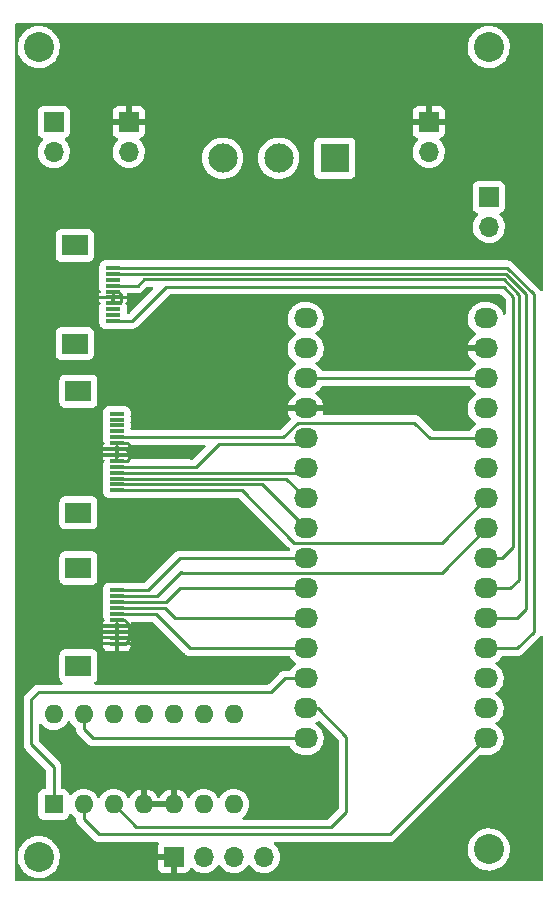
<source format=gbr>
%TF.GenerationSoftware,KiCad,Pcbnew,(6.0.1)*%
%TF.CreationDate,2022-06-07T11:34:35+01:00*%
%TF.ProjectId,psp-bluetooth,7073702d-626c-4756-9574-6f6f74682e6b,rev?*%
%TF.SameCoordinates,Original*%
%TF.FileFunction,Copper,L2,Bot*%
%TF.FilePolarity,Positive*%
%FSLAX46Y46*%
G04 Gerber Fmt 4.6, Leading zero omitted, Abs format (unit mm)*
G04 Created by KiCad (PCBNEW (6.0.1)) date 2022-06-07 11:34:35*
%MOMM*%
%LPD*%
G01*
G04 APERTURE LIST*
%TA.AperFunction,ComponentPad*%
%ADD10O,2.032000X1.727200*%
%TD*%
%TA.AperFunction,ComponentPad*%
%ADD11C,2.540000*%
%TD*%
%TA.AperFunction,ComponentPad*%
%ADD12R,2.475000X2.475000*%
%TD*%
%TA.AperFunction,ComponentPad*%
%ADD13C,2.475000*%
%TD*%
%TA.AperFunction,ComponentPad*%
%ADD14R,1.600000X1.600000*%
%TD*%
%TA.AperFunction,ComponentPad*%
%ADD15O,1.600000X1.600000*%
%TD*%
%TA.AperFunction,ComponentPad*%
%ADD16R,1.700000X1.700000*%
%TD*%
%TA.AperFunction,ComponentPad*%
%ADD17O,1.700000X1.700000*%
%TD*%
%TA.AperFunction,SMDPad,CuDef*%
%ADD18R,1.300000X0.300000*%
%TD*%
%TA.AperFunction,SMDPad,CuDef*%
%ADD19R,2.200000X1.800000*%
%TD*%
%TA.AperFunction,Conductor*%
%ADD20C,0.250000*%
%TD*%
G04 APERTURE END LIST*
D10*
%TO.P,P1,1,Pin_1*%
%TO.N,/1(Tx)*%
X139446000Y-71247000D03*
%TO.P,P1,2,Pin_2*%
%TO.N,/0(Rx)*%
X139446000Y-73787000D03*
%TO.P,P1,3,Pin_3*%
%TO.N,/Reset*%
X139446000Y-76327000D03*
%TO.P,P1,4,Pin_4*%
%TO.N,GND*%
X139446000Y-78867000D03*
%TO.P,P1,5,Pin_5*%
%TO.N,/2*%
X139446000Y-81407000D03*
%TO.P,P1,6,Pin_6*%
%TO.N,/3(\u002A\u002A)*%
X139446000Y-83947000D03*
%TO.P,P1,7,Pin_7*%
%TO.N,/4*%
X139446000Y-86487000D03*
%TO.P,P1,8,Pin_8*%
%TO.N,/5(\u002A\u002A)*%
X139446000Y-89027000D03*
%TO.P,P1,9,Pin_9*%
%TO.N,/6(\u002A\u002A)*%
X139446000Y-91567000D03*
%TO.P,P1,10,Pin_10*%
%TO.N,/7*%
X139446000Y-94107000D03*
%TO.P,P1,11,Pin_11*%
%TO.N,/8*%
X139446000Y-96647000D03*
%TO.P,P1,12,Pin_12*%
%TO.N,/9(\u002A\u002A)*%
X139446000Y-99187000D03*
%TO.P,P1,13,Pin_13*%
%TO.N,/10(\u002A\u002A{slash}SS)*%
X139446000Y-101727000D03*
%TO.P,P1,14,Pin_14*%
%TO.N,/11(\u002A\u002A{slash}MOSI)*%
X139446000Y-104267000D03*
%TO.P,P1,15,Pin_15*%
%TO.N,/12(MISO)*%
X139446000Y-106807000D03*
%TD*%
%TO.P,P2,1,Pin_1*%
%TO.N,VIN*%
X154686000Y-71247000D03*
%TO.P,P2,2,Pin_2*%
%TO.N,GND*%
X154686000Y-73787000D03*
%TO.P,P2,3,Pin_3*%
%TO.N,/Reset*%
X154686000Y-76327000D03*
%TO.P,P2,4,Pin_4*%
%TO.N,+5V*%
X154686000Y-78867000D03*
%TO.P,P2,5,Pin_5*%
%TO.N,/A7 (D21)*%
X154686000Y-81407000D03*
%TO.P,P2,6,Pin_6*%
%TO.N,/A6 (D20)*%
X154686000Y-83947000D03*
%TO.P,P2,7,Pin_7*%
%TO.N,/A5 (D19)*%
X154686000Y-86487000D03*
%TO.P,P2,8,Pin_8*%
%TO.N,/A4 (D18)*%
X154686000Y-89027000D03*
%TO.P,P2,9,Pin_9*%
%TO.N,/A3 (D17)*%
X154686000Y-91567000D03*
%TO.P,P2,10,Pin_10*%
%TO.N,/A2 (D16)*%
X154686000Y-94107000D03*
%TO.P,P2,11,Pin_11*%
%TO.N,/A1 (D15)*%
X154686000Y-96647000D03*
%TO.P,P2,12,Pin_12*%
%TO.N,/A0 (D14)*%
X154686000Y-99187000D03*
%TO.P,P2,13,Pin_13*%
%TO.N,/AREF*%
X154686000Y-101727000D03*
%TO.P,P2,14,Pin_14*%
%TO.N,+3V3*%
X154686000Y-104267000D03*
%TO.P,P2,15,Pin_15*%
%TO.N,/13(SCK)*%
X154686000Y-106807000D03*
%TD*%
D11*
%TO.P,P3,1,Pin_1*%
%TO.N,unconnected-(P3-Pad1)*%
X116840000Y-48260000D03*
%TD*%
%TO.P,P4,1,Pin_1*%
%TO.N,unconnected-(P4-Pad1)*%
X116840000Y-116840000D03*
%TD*%
%TO.P,P5,1,Pin_1*%
%TO.N,unconnected-(P5-Pad1)*%
X154940000Y-116205000D03*
%TD*%
%TO.P,P6,1,Pin_1*%
%TO.N,unconnected-(P6-Pad1)*%
X154940000Y-48260000D03*
%TD*%
D12*
%TO.P,S1,1*%
%TO.N,unconnected-(S1-Pad1)*%
X141910000Y-57672500D03*
D13*
%TO.P,S1,2*%
%TO.N,Net-(J5-Pad2)*%
X137160000Y-57672500D03*
%TO.P,S1,3*%
%TO.N,Net-(J6-Pad2)*%
X132410000Y-57672500D03*
%TD*%
D14*
%TO.P,U1,1,~{CS}*%
%TO.N,/10(\u002A\u002A{slash}SS)*%
X118105000Y-112385000D03*
D15*
%TO.P,U1,2,SCK*%
%TO.N,/13(SCK)*%
X120645000Y-112385000D03*
%TO.P,U1,3,SDI*%
%TO.N,/11(\u002A\u002A{slash}MOSI)*%
X123185000Y-112385000D03*
%TO.P,U1,4,VSS*%
%TO.N,GND*%
X125725000Y-112385000D03*
%TO.P,U1,5,P1B*%
X128265000Y-112385000D03*
%TO.P,U1,6,P1W*%
%TO.N,Net-(J4-Pad2)*%
X130805000Y-112385000D03*
%TO.P,U1,7,P1A*%
%TO.N,Net-(J4-Pad3)*%
X133345000Y-112385000D03*
%TO.P,U1,8,P0A*%
X133345000Y-104765000D03*
%TO.P,U1,9,P0W*%
%TO.N,Net-(J4-Pad4)*%
X130805000Y-104765000D03*
%TO.P,U1,10,P0B*%
%TO.N,GND*%
X128265000Y-104765000D03*
%TO.P,U1,11,~{WP}*%
%TO.N,unconnected-(U1-Pad11)*%
X125725000Y-104765000D03*
%TO.P,U1,12,~{SHDN}*%
%TO.N,unconnected-(U1-Pad12)*%
X123185000Y-104765000D03*
%TO.P,U1,13,SDO*%
%TO.N,/12(MISO)*%
X120645000Y-104765000D03*
%TO.P,U1,14,VDD*%
%TO.N,+3V3*%
X118105000Y-104765000D03*
%TD*%
D16*
%TO.P,J7,1,Pin_1*%
%TO.N,/1(Tx)*%
X118110000Y-54610000D03*
D17*
%TO.P,J7,2,Pin_2*%
%TO.N,/0(Rx)*%
X118110000Y-57150000D03*
%TD*%
D16*
%TO.P,J4,1,Pin_1*%
%TO.N,GND*%
X128280000Y-116840000D03*
D17*
%TO.P,J4,2,Pin_2*%
%TO.N,Net-(J4-Pad2)*%
X130820000Y-116840000D03*
%TO.P,J4,3,Pin_3*%
%TO.N,Net-(J4-Pad3)*%
X133360000Y-116840000D03*
%TO.P,J4,4,Pin_4*%
%TO.N,Net-(J4-Pad4)*%
X135900000Y-116840000D03*
%TD*%
D16*
%TO.P,J5,1,Pin_1*%
%TO.N,GND*%
X149860000Y-54605000D03*
D17*
%TO.P,J5,2,Pin_2*%
%TO.N,Net-(J5-Pad2)*%
X149860000Y-57145000D03*
%TD*%
D16*
%TO.P,J8,1,Pin_1*%
%TO.N,Net-(J5-Pad2)*%
X154940000Y-60955000D03*
D17*
%TO.P,J8,2,Pin_2*%
%TO.N,VIN*%
X154940000Y-63495000D03*
%TD*%
D16*
%TO.P,J6,1,Pin_1*%
%TO.N,GND*%
X124460000Y-54605000D03*
D17*
%TO.P,J6,2,Pin_2*%
%TO.N,Net-(J6-Pad2)*%
X124460000Y-57145000D03*
%TD*%
D18*
%TO.P,J3,1,Pin_1*%
%TO.N,/A5 (D19)*%
X123450000Y-85800000D03*
%TO.P,J3,2,Pin_2*%
%TO.N,/5(\u002A\u002A)*%
X123450000Y-85300000D03*
%TO.P,J3,3,Pin_3*%
%TO.N,/4*%
X123450000Y-84800000D03*
%TO.P,J3,4,Pin_4*%
%TO.N,/3(\u002A\u002A)*%
X123450000Y-84300000D03*
%TO.P,J3,5,Pin_5*%
%TO.N,/2*%
X123450000Y-83800000D03*
%TO.P,J3,6,Pin_6*%
%TO.N,GND*%
X123450000Y-83300000D03*
%TO.P,J3,7,Pin_7*%
X123450000Y-82800000D03*
%TO.P,J3,8,Pin_8*%
X123450000Y-82300000D03*
%TO.P,J3,9,Pin_9*%
X123450000Y-81800000D03*
%TO.P,J3,10,Pin_10*%
%TO.N,/A7 (D21)*%
X123450000Y-81300000D03*
%TO.P,J3,11,Pin_11*%
%TO.N,unconnected-(J3-Pad11)*%
X123450000Y-80800000D03*
%TO.P,J3,12,Pin_12*%
%TO.N,unconnected-(J3-Pad12)*%
X123450000Y-80300000D03*
%TO.P,J3,13,Pin_13*%
%TO.N,unconnected-(J3-Pad13)*%
X123450000Y-79800000D03*
%TO.P,J3,14,Pin_14*%
%TO.N,unconnected-(J3-Pad14)*%
X123450000Y-79300000D03*
D19*
%TO.P,J3,MP*%
%TO.N,N/C*%
X120200000Y-87700000D03*
X120200000Y-77400000D03*
%TD*%
D18*
%TO.P,J1,1,Pin_1*%
%TO.N,GND*%
X123450000Y-98770000D03*
%TO.P,J1,2,Pin_2*%
X123450000Y-98270000D03*
%TO.P,J1,3,Pin_3*%
X123450000Y-97770000D03*
%TO.P,J1,4,Pin_4*%
X123450000Y-97270000D03*
%TO.P,J1,5,Pin_5*%
X123450000Y-96770000D03*
%TO.P,J1,6,Pin_6*%
%TO.N,/9(\u002A\u002A)*%
X123450000Y-96270000D03*
%TO.P,J1,7,Pin_7*%
%TO.N,/8*%
X123450000Y-95770000D03*
%TO.P,J1,8,Pin_8*%
%TO.N,/7*%
X123450000Y-95270000D03*
%TO.P,J1,9,Pin_9*%
%TO.N,/A4 (D18)*%
X123450000Y-94770000D03*
%TO.P,J1,10,Pin_10*%
%TO.N,/6(\u002A\u002A)*%
X123450000Y-94270000D03*
D19*
%TO.P,J1,MP*%
%TO.N,N/C*%
X120200000Y-100670000D03*
X120200000Y-92370000D03*
%TD*%
D18*
%TO.P,J2,1,Pin_1*%
%TO.N,/A3 (D17)*%
X123135000Y-71465000D03*
%TO.P,J2,2,Pin_2*%
%TO.N,unconnected-(J2-Pad2)*%
X123135000Y-70965000D03*
%TO.P,J2,3,Pin_3*%
%TO.N,unconnected-(J2-Pad3)*%
X123135000Y-70465000D03*
%TO.P,J2,4,Pin_4*%
%TO.N,GND*%
X123135000Y-69965000D03*
%TO.P,J2,5,Pin_5*%
X123135000Y-69465000D03*
%TO.P,J2,6,Pin_6*%
X123135000Y-68965000D03*
%TO.P,J2,7,Pin_7*%
%TO.N,/A2 (D16)*%
X123135000Y-68465000D03*
%TO.P,J2,8,Pin_8*%
%TO.N,unconnected-(J2-Pad8)*%
X123135000Y-67965000D03*
%TO.P,J2,9,Pin_9*%
%TO.N,/A1 (D15)*%
X123135000Y-67465000D03*
%TO.P,J2,10,Pin_10*%
%TO.N,/A0 (D14)*%
X123135000Y-66965000D03*
D19*
%TO.P,J2,MP*%
%TO.N,N/C*%
X119885000Y-65065000D03*
X119885000Y-73365000D03*
%TD*%
D20*
%TO.N,/10(\u002A\u002A{slash}SS)*%
X136525000Y-102870000D02*
X137668000Y-101727000D01*
X116840000Y-102870000D02*
X136525000Y-102870000D01*
X137668000Y-101727000D02*
X139446000Y-101727000D01*
X116205000Y-103505000D02*
X116840000Y-102870000D01*
X116205000Y-107315000D02*
X116205000Y-103505000D01*
X118105000Y-109215000D02*
X116205000Y-107315000D01*
X118105000Y-112385000D02*
X118105000Y-109215000D01*
%TO.N,/12(MISO)*%
X120645000Y-106040000D02*
X121412000Y-106807000D01*
X120645000Y-104765000D02*
X120645000Y-106040000D01*
X121412000Y-106807000D02*
X139446000Y-106807000D01*
%TO.N,/11(\u002A\u002A{slash}MOSI)*%
X140462000Y-104267000D02*
X139446000Y-104267000D01*
X142875000Y-106680000D02*
X140462000Y-104267000D01*
X142875000Y-113030000D02*
X142875000Y-106680000D01*
X141605000Y-114300000D02*
X142875000Y-113030000D01*
X125100000Y-114300000D02*
X141605000Y-114300000D01*
X123185000Y-112385000D02*
X125100000Y-114300000D01*
%TO.N,/13(SCK)*%
X121920000Y-114935000D02*
X146558000Y-114935000D01*
X120645000Y-113660000D02*
X121920000Y-114935000D01*
X120645000Y-112385000D02*
X120645000Y-113660000D01*
X146558000Y-114935000D02*
X154686000Y-106807000D01*
%TO.N,GND*%
X123135000Y-69465000D02*
X123575000Y-69465000D01*
X123825000Y-69215000D02*
X123575000Y-68965000D01*
X123135000Y-68965000D02*
X123575000Y-68965000D01*
X123825000Y-69850000D02*
X123825000Y-69215000D01*
X123710000Y-69965000D02*
X123825000Y-69850000D01*
X123135000Y-69965000D02*
X123710000Y-69965000D01*
X124460000Y-98425000D02*
X124115000Y-98770000D01*
X124305000Y-98270000D02*
X124460000Y-98425000D01*
X123450000Y-98270000D02*
X124305000Y-98270000D01*
X124460000Y-98425000D02*
X124460000Y-97790000D01*
X123450000Y-98770000D02*
X124115000Y-98770000D01*
X124440000Y-97770000D02*
X124460000Y-97790000D01*
X123450000Y-97770000D02*
X124440000Y-97770000D01*
X124345000Y-97270000D02*
X124460000Y-97155000D01*
X123450000Y-97270000D02*
X124345000Y-97270000D01*
X124460000Y-97155000D02*
X124460000Y-97790000D01*
X124075000Y-96770000D02*
X124460000Y-97155000D01*
X123450000Y-96770000D02*
X124075000Y-96770000D01*
%TO.N,/Reset*%
X154686000Y-76327000D02*
X139446000Y-76327000D01*
%TO.N,GND*%
X124210000Y-82300000D02*
X124460000Y-82550000D01*
X124345000Y-81800000D02*
X124460000Y-81915000D01*
X123450000Y-81800000D02*
X124345000Y-81800000D01*
X124460000Y-81915000D02*
X124460000Y-82550000D01*
X124460000Y-82550000D02*
X124460000Y-83185000D01*
X123450000Y-82300000D02*
X124210000Y-82300000D01*
X124345000Y-83300000D02*
X123450000Y-83300000D01*
X124460000Y-83185000D02*
X124345000Y-83300000D01*
X123450000Y-82800000D02*
X124210000Y-82800000D01*
X124210000Y-82800000D02*
X124460000Y-82550000D01*
%TO.N,/2*%
X132080000Y-81915000D02*
X138938000Y-81915000D01*
X129540000Y-83820000D02*
X130175000Y-83820000D01*
X129520000Y-83800000D02*
X129540000Y-83820000D01*
X130175000Y-83820000D02*
X132080000Y-81915000D01*
X138938000Y-81915000D02*
X139446000Y-81407000D01*
X123450000Y-83800000D02*
X129520000Y-83800000D01*
%TO.N,/3(\u002A\u002A)*%
X139093000Y-84300000D02*
X139446000Y-83947000D01*
X123450000Y-84300000D02*
X139093000Y-84300000D01*
%TO.N,/4*%
X123450000Y-84800000D02*
X137759000Y-84800000D01*
X137759000Y-84800000D02*
X139446000Y-86487000D01*
%TO.N,/5(\u002A\u002A)*%
X123450000Y-85300000D02*
X135719000Y-85300000D01*
X135719000Y-85300000D02*
X139446000Y-89027000D01*
%TO.N,/6(\u002A\u002A)*%
X126075000Y-94270000D02*
X128778000Y-91567000D01*
X123450000Y-94270000D02*
X126075000Y-94270000D01*
X128778000Y-91567000D02*
X139446000Y-91567000D01*
%TO.N,/7*%
X127615000Y-95270000D02*
X128778000Y-94107000D01*
X123450000Y-95270000D02*
X127615000Y-95270000D01*
X128778000Y-94107000D02*
X139446000Y-94107000D01*
%TO.N,/8*%
X123450000Y-95770000D02*
X127520000Y-95770000D01*
X127520000Y-95770000D02*
X128397000Y-96647000D01*
X128397000Y-96647000D02*
X139446000Y-96647000D01*
%TO.N,/9(\u002A\u002A)*%
X123450000Y-96270000D02*
X126750000Y-96270000D01*
X129667000Y-99187000D02*
X139446000Y-99187000D01*
X126750000Y-96270000D02*
X129667000Y-99187000D01*
%TO.N,/A4 (D18)*%
X128905000Y-92710000D02*
X128950120Y-92755120D01*
X123450000Y-94770000D02*
X126845000Y-94770000D01*
X126845000Y-94770000D02*
X128905000Y-92710000D01*
X128950120Y-92755120D02*
X150957880Y-92755120D01*
X150957880Y-92755120D02*
X154686000Y-89027000D01*
%TO.N,/A5 (D19)*%
X134060000Y-85800000D02*
X138475120Y-90215120D01*
X150957880Y-90215120D02*
X154686000Y-86487000D01*
X138475120Y-90215120D02*
X150957880Y-90215120D01*
X123450000Y-85800000D02*
X134060000Y-85800000D01*
%TO.N,/A0 (D14)*%
X123135000Y-66965000D02*
X156500000Y-66965000D01*
X158750000Y-97790000D02*
X157353000Y-99187000D01*
X156500000Y-66965000D02*
X158750000Y-69215000D01*
X158750000Y-69215000D02*
X158750000Y-97790000D01*
X157353000Y-99187000D02*
X154686000Y-99187000D01*
%TO.N,/A1 (D15)*%
X123135000Y-67465000D02*
X156364282Y-67465000D01*
X157353000Y-96647000D02*
X154686000Y-96647000D01*
X156364282Y-67465000D02*
X158114641Y-69215359D01*
X158114641Y-69215359D02*
X158114641Y-95885359D01*
X158114641Y-95885359D02*
X157353000Y-96647000D01*
%TO.N,/A2 (D16)*%
X157479282Y-93345718D02*
X156718000Y-94107000D01*
X156718000Y-94107000D02*
X154686000Y-94107000D01*
X123135000Y-68465000D02*
X125210000Y-68465000D01*
X125210000Y-68465000D02*
X125730000Y-67945000D01*
X157479282Y-69215718D02*
X157479282Y-93345718D01*
X156208564Y-67945000D02*
X157479282Y-69215718D01*
X125730000Y-67945000D02*
X156208564Y-67945000D01*
%TO.N,/A3 (D17)*%
X127635000Y-68580000D02*
X156207846Y-68580000D01*
X123135000Y-71465000D02*
X124750000Y-71465000D01*
X156083000Y-91567000D02*
X154686000Y-91567000D01*
X157029762Y-90620238D02*
X156083000Y-91567000D01*
X156207846Y-68580000D02*
X157029762Y-69401916D01*
X124750000Y-71465000D02*
X127635000Y-68580000D01*
X157029762Y-69401916D02*
X157029762Y-90620238D01*
%TO.N,/A7 (D21)*%
X149987000Y-81407000D02*
X154686000Y-81407000D01*
X148635120Y-80055120D02*
X149987000Y-81407000D01*
X137556585Y-81300000D02*
X138801465Y-80055120D01*
X138801465Y-80055120D02*
X148635120Y-80055120D01*
X123450000Y-81300000D02*
X137556585Y-81300000D01*
%TD*%
%TA.AperFunction,Conductor*%
%TO.N,GND*%
G36*
X116734733Y-46229292D02*
G01*
X116744153Y-46228000D01*
X154830334Y-46228000D01*
X154834733Y-46229292D01*
X154844153Y-46228000D01*
X159386000Y-46228000D01*
X159454121Y-46248002D01*
X159500614Y-46301658D01*
X159512000Y-46354000D01*
X159512000Y-68798241D01*
X159491998Y-68866362D01*
X159438342Y-68912855D01*
X159368068Y-68922959D01*
X159303488Y-68893465D01*
X159284023Y-68872245D01*
X159283523Y-68871556D01*
X159277047Y-68861692D01*
X159258578Y-68830463D01*
X159254542Y-68823638D01*
X159240221Y-68809317D01*
X159227380Y-68794283D01*
X159220131Y-68784306D01*
X159215472Y-68777893D01*
X159181395Y-68749702D01*
X159172616Y-68741712D01*
X157003652Y-66572747D01*
X156996112Y-66564461D01*
X156992000Y-66557982D01*
X156942348Y-66511356D01*
X156939507Y-66508602D01*
X156919770Y-66488865D01*
X156916573Y-66486385D01*
X156907551Y-66478680D01*
X156895750Y-66467598D01*
X156875321Y-66448414D01*
X156868375Y-66444595D01*
X156868372Y-66444593D01*
X156857566Y-66438652D01*
X156841047Y-66427801D01*
X156840583Y-66427441D01*
X156825041Y-66415386D01*
X156817772Y-66412241D01*
X156817768Y-66412238D01*
X156784463Y-66397826D01*
X156773813Y-66392609D01*
X156735060Y-66371305D01*
X156715437Y-66366267D01*
X156696734Y-66359863D01*
X156685420Y-66354967D01*
X156685419Y-66354967D01*
X156678145Y-66351819D01*
X156670322Y-66350580D01*
X156670312Y-66350577D01*
X156634476Y-66344901D01*
X156622856Y-66342495D01*
X156587711Y-66333472D01*
X156587710Y-66333472D01*
X156580030Y-66331500D01*
X156559776Y-66331500D01*
X156540065Y-66329949D01*
X156527886Y-66328020D01*
X156520057Y-66326780D01*
X156512165Y-66327526D01*
X156476039Y-66330941D01*
X156464181Y-66331500D01*
X123966826Y-66331500D01*
X123922596Y-66323482D01*
X123895316Y-66313255D01*
X123833134Y-66306500D01*
X122436866Y-66306500D01*
X122374684Y-66313255D01*
X122238295Y-66364385D01*
X122121739Y-66451739D01*
X122034385Y-66568295D01*
X121983255Y-66704684D01*
X121976500Y-66766866D01*
X121976500Y-67163134D01*
X121976869Y-67166529D01*
X121976869Y-67166533D01*
X121980656Y-67201393D01*
X121980656Y-67228606D01*
X121976500Y-67266866D01*
X121976500Y-67663134D01*
X121976869Y-67666529D01*
X121976869Y-67666533D01*
X121980656Y-67701393D01*
X121980656Y-67728606D01*
X121976500Y-67766866D01*
X121976500Y-68163134D01*
X121976869Y-68166529D01*
X121976869Y-68166533D01*
X121980656Y-68201393D01*
X121980656Y-68228606D01*
X121976500Y-68266866D01*
X121976500Y-68663134D01*
X121980909Y-68703720D01*
X121980909Y-68730933D01*
X121977369Y-68763517D01*
X121977000Y-68770328D01*
X121977000Y-68796885D01*
X121981475Y-68812124D01*
X122007170Y-68834389D01*
X122006712Y-68834918D01*
X122019100Y-68841682D01*
X122034207Y-68861839D01*
X122034385Y-68861705D01*
X122073997Y-68914559D01*
X122098845Y-68981065D01*
X122083792Y-69050448D01*
X122033618Y-69100678D01*
X122008670Y-69111020D01*
X121979877Y-69119475D01*
X121978672Y-69120865D01*
X121977001Y-69128548D01*
X121977001Y-69159669D01*
X121977371Y-69166493D01*
X121981161Y-69201393D01*
X121981161Y-69228603D01*
X121977369Y-69263510D01*
X121977000Y-69270329D01*
X121977000Y-69296885D01*
X121981475Y-69312124D01*
X121982865Y-69313329D01*
X121990548Y-69315000D01*
X122966885Y-69315000D01*
X122982124Y-69310525D01*
X122983329Y-69309135D01*
X122985000Y-69301452D01*
X122985000Y-69249500D01*
X123005002Y-69181379D01*
X123058658Y-69134886D01*
X123111000Y-69123500D01*
X123159000Y-69123500D01*
X123227121Y-69143502D01*
X123273614Y-69197158D01*
X123285000Y-69249500D01*
X123285000Y-69296885D01*
X123289475Y-69312124D01*
X123290865Y-69313329D01*
X123298548Y-69315000D01*
X124274884Y-69315000D01*
X124290123Y-69310525D01*
X124291328Y-69309135D01*
X124292999Y-69301452D01*
X124292999Y-69270331D01*
X124292630Y-69263512D01*
X124289870Y-69238106D01*
X124302399Y-69168224D01*
X124350720Y-69116209D01*
X124415133Y-69098500D01*
X125131233Y-69098500D01*
X125142416Y-69099027D01*
X125149909Y-69100702D01*
X125157835Y-69100453D01*
X125157836Y-69100453D01*
X125217986Y-69098562D01*
X125221945Y-69098500D01*
X125249856Y-69098500D01*
X125253791Y-69098003D01*
X125253856Y-69097995D01*
X125265693Y-69097062D01*
X125297951Y-69096048D01*
X125301970Y-69095922D01*
X125309889Y-69095673D01*
X125329343Y-69090021D01*
X125348700Y-69086013D01*
X125360930Y-69084468D01*
X125360931Y-69084468D01*
X125368797Y-69083474D01*
X125376168Y-69080555D01*
X125376170Y-69080555D01*
X125409912Y-69067196D01*
X125421142Y-69063351D01*
X125455983Y-69053229D01*
X125455984Y-69053229D01*
X125463593Y-69051018D01*
X125470412Y-69046985D01*
X125470417Y-69046983D01*
X125481028Y-69040707D01*
X125498776Y-69032012D01*
X125517617Y-69024552D01*
X125553387Y-68998564D01*
X125563307Y-68992048D01*
X125594535Y-68973580D01*
X125594538Y-68973578D01*
X125601362Y-68969542D01*
X125615683Y-68955221D01*
X125630717Y-68942380D01*
X125640693Y-68935132D01*
X125647107Y-68930472D01*
X125675288Y-68896407D01*
X125683278Y-68887626D01*
X125955501Y-68615404D01*
X126017813Y-68581379D01*
X126044596Y-68578500D01*
X126436406Y-68578500D01*
X126504527Y-68598502D01*
X126551020Y-68652158D01*
X126561124Y-68722432D01*
X126531630Y-68787012D01*
X126525502Y-68793594D01*
X125523981Y-69795114D01*
X124524500Y-70794595D01*
X124462188Y-70828621D01*
X124435405Y-70831500D01*
X124415639Y-70831500D01*
X124347518Y-70811498D01*
X124301025Y-70757842D01*
X124290376Y-70691893D01*
X124293131Y-70666533D01*
X124293131Y-70666529D01*
X124293500Y-70663134D01*
X124293500Y-70266866D01*
X124289091Y-70226280D01*
X124289091Y-70199065D01*
X124292631Y-70166481D01*
X124293000Y-70159672D01*
X124293000Y-70133115D01*
X124288525Y-70117876D01*
X124262830Y-70095611D01*
X124263288Y-70095082D01*
X124250900Y-70088318D01*
X124235793Y-70068161D01*
X124235615Y-70068295D01*
X124219466Y-70046747D01*
X124196003Y-70015441D01*
X124171155Y-69948935D01*
X124186208Y-69879552D01*
X124236382Y-69829322D01*
X124261330Y-69818980D01*
X124290123Y-69810525D01*
X124291328Y-69809135D01*
X124292999Y-69801452D01*
X124292999Y-69770331D01*
X124292630Y-69763525D01*
X124288838Y-69728605D01*
X124288839Y-69701394D01*
X124292631Y-69666488D01*
X124293000Y-69659671D01*
X124293000Y-69633115D01*
X124288525Y-69617876D01*
X124287135Y-69616671D01*
X124279452Y-69615000D01*
X123303115Y-69615000D01*
X123287876Y-69619475D01*
X123286671Y-69620865D01*
X123285000Y-69628548D01*
X123285000Y-69680500D01*
X123264998Y-69748621D01*
X123211342Y-69795114D01*
X123159000Y-69806500D01*
X123111000Y-69806500D01*
X123042879Y-69786498D01*
X122996386Y-69732842D01*
X122985000Y-69680500D01*
X122985000Y-69633115D01*
X122980525Y-69617876D01*
X122979135Y-69616671D01*
X122971452Y-69615000D01*
X121995116Y-69615000D01*
X121979877Y-69619475D01*
X121978672Y-69620865D01*
X121977001Y-69628548D01*
X121977001Y-69659669D01*
X121977371Y-69666493D01*
X121981161Y-69701393D01*
X121981161Y-69728603D01*
X121977369Y-69763510D01*
X121977000Y-69770329D01*
X121977000Y-69796885D01*
X121981475Y-69812124D01*
X121982865Y-69813329D01*
X121999765Y-69817005D01*
X122062078Y-69851030D01*
X122096103Y-69913342D01*
X122091039Y-69984157D01*
X122073810Y-70015690D01*
X122052771Y-70043762D01*
X122034386Y-70068294D01*
X122034097Y-70068078D01*
X121987935Y-70114139D01*
X121982582Y-70116353D01*
X121978672Y-70120865D01*
X121977001Y-70128548D01*
X121977001Y-70159670D01*
X121977370Y-70166488D01*
X121980909Y-70199067D01*
X121980909Y-70226280D01*
X121976500Y-70266866D01*
X121976500Y-70663134D01*
X121976869Y-70666529D01*
X121976869Y-70666533D01*
X121980656Y-70701393D01*
X121980656Y-70728606D01*
X121976500Y-70766866D01*
X121976500Y-71163134D01*
X121976869Y-71166529D01*
X121976869Y-71166533D01*
X121980656Y-71201393D01*
X121980656Y-71228606D01*
X121976500Y-71266866D01*
X121976500Y-71663134D01*
X121983255Y-71725316D01*
X122034385Y-71861705D01*
X122121739Y-71978261D01*
X122238295Y-72065615D01*
X122374684Y-72116745D01*
X122436866Y-72123500D01*
X123833134Y-72123500D01*
X123895316Y-72116745D01*
X123922596Y-72106518D01*
X123966826Y-72098500D01*
X124671233Y-72098500D01*
X124682416Y-72099027D01*
X124689909Y-72100702D01*
X124697835Y-72100453D01*
X124697836Y-72100453D01*
X124757986Y-72098562D01*
X124761945Y-72098500D01*
X124789856Y-72098500D01*
X124793791Y-72098003D01*
X124793856Y-72097995D01*
X124805693Y-72097062D01*
X124837951Y-72096048D01*
X124841970Y-72095922D01*
X124849889Y-72095673D01*
X124869343Y-72090021D01*
X124888700Y-72086013D01*
X124900930Y-72084468D01*
X124900931Y-72084468D01*
X124908797Y-72083474D01*
X124916168Y-72080555D01*
X124916170Y-72080555D01*
X124949912Y-72067196D01*
X124961142Y-72063351D01*
X124995983Y-72053229D01*
X124995984Y-72053229D01*
X125003593Y-72051018D01*
X125010412Y-72046985D01*
X125010417Y-72046983D01*
X125021028Y-72040707D01*
X125038776Y-72032012D01*
X125057617Y-72024552D01*
X125093387Y-71998564D01*
X125103307Y-71992048D01*
X125134535Y-71973580D01*
X125134538Y-71973578D01*
X125141362Y-71969542D01*
X125155683Y-71955221D01*
X125170717Y-71942380D01*
X125180694Y-71935131D01*
X125187107Y-71930472D01*
X125215298Y-71896395D01*
X125223288Y-71887616D01*
X127860500Y-69250405D01*
X127922812Y-69216379D01*
X127949595Y-69213500D01*
X155893251Y-69213500D01*
X155961372Y-69233502D01*
X155982347Y-69250405D01*
X156359358Y-69627417D01*
X156393383Y-69689729D01*
X156396262Y-69716512D01*
X156396262Y-70794092D01*
X156376260Y-70862213D01*
X156322604Y-70908706D01*
X156252330Y-70918810D01*
X156187750Y-70889316D01*
X156153070Y-70840373D01*
X156131672Y-70786190D01*
X156071850Y-70634710D01*
X155951051Y-70435641D01*
X155798439Y-70259770D01*
X155794313Y-70256387D01*
X155794309Y-70256383D01*
X155673374Y-70157224D01*
X155618376Y-70112128D01*
X155613740Y-70109489D01*
X155613737Y-70109487D01*
X155420654Y-69999578D01*
X155416011Y-69996935D01*
X155410995Y-69995114D01*
X155410990Y-69995112D01*
X155202146Y-69919305D01*
X155202142Y-69919304D01*
X155197131Y-69917485D01*
X155191882Y-69916536D01*
X155191879Y-69916535D01*
X155111771Y-69902049D01*
X154967993Y-69876050D01*
X154963854Y-69875855D01*
X154963847Y-69875854D01*
X154945095Y-69874970D01*
X154945086Y-69874970D01*
X154943606Y-69874900D01*
X154475132Y-69874900D01*
X154407625Y-69880628D01*
X154306891Y-69889175D01*
X154306887Y-69889176D01*
X154301580Y-69889626D01*
X154296423Y-69890964D01*
X154296420Y-69890965D01*
X154081363Y-69946783D01*
X154081359Y-69946784D01*
X154076194Y-69948125D01*
X154071328Y-69950317D01*
X154071325Y-69950318D01*
X153926205Y-70015690D01*
X153863887Y-70043762D01*
X153859454Y-70046746D01*
X153859453Y-70046747D01*
X153833838Y-70063992D01*
X153670728Y-70173804D01*
X153666871Y-70177483D01*
X153666869Y-70177485D01*
X153638357Y-70204684D01*
X153502242Y-70334532D01*
X153363246Y-70521350D01*
X153257714Y-70728916D01*
X153244869Y-70770284D01*
X153190247Y-70946193D01*
X153190246Y-70946199D01*
X153188663Y-70951296D01*
X153158068Y-71182132D01*
X153166803Y-71414822D01*
X153214620Y-71642713D01*
X153300150Y-71859290D01*
X153420949Y-72058359D01*
X153424446Y-72062389D01*
X153553498Y-72211109D01*
X153573561Y-72234230D01*
X153577687Y-72237613D01*
X153577691Y-72237617D01*
X153673915Y-72316515D01*
X153753624Y-72381872D01*
X153799739Y-72408122D01*
X153849044Y-72459202D01*
X153862906Y-72528832D01*
X153836923Y-72594904D01*
X153807773Y-72622143D01*
X153675470Y-72711215D01*
X153667184Y-72717876D01*
X153506480Y-72871180D01*
X153499431Y-72879148D01*
X153366856Y-73057336D01*
X153361257Y-73066366D01*
X153260598Y-73264347D01*
X153256595Y-73274208D01*
X153190737Y-73486301D01*
X153188452Y-73496696D01*
X153186020Y-73515041D01*
X153188217Y-73529208D01*
X153201401Y-73533000D01*
X154814000Y-73533000D01*
X154882121Y-73553002D01*
X154928614Y-73606658D01*
X154940000Y-73659000D01*
X154940000Y-73915000D01*
X154919998Y-73983121D01*
X154866342Y-74029614D01*
X154814000Y-74041000D01*
X153203512Y-74041000D01*
X153189981Y-74044973D01*
X153188456Y-74055580D01*
X153214004Y-74177343D01*
X153217064Y-74187539D01*
X153298637Y-74394097D01*
X153303371Y-74403634D01*
X153418586Y-74593503D01*
X153424850Y-74602093D01*
X153570411Y-74769837D01*
X153578041Y-74777257D01*
X153749780Y-74918073D01*
X153758551Y-74924102D01*
X153799715Y-74947533D01*
X153849022Y-74998615D01*
X153862884Y-75068245D01*
X153836901Y-75134316D01*
X153807751Y-75161555D01*
X153670728Y-75253804D01*
X153502242Y-75414532D01*
X153363246Y-75601350D01*
X153351423Y-75624605D01*
X153302719Y-75676263D01*
X153239106Y-75693500D01*
X140889904Y-75693500D01*
X140821783Y-75673498D01*
X140782185Y-75632866D01*
X140765949Y-75606109D01*
X140711051Y-75515641D01*
X140558439Y-75339770D01*
X140554313Y-75336387D01*
X140554309Y-75336383D01*
X140382504Y-75195513D01*
X140378376Y-75192128D01*
X140373740Y-75189489D01*
X140373737Y-75189487D01*
X140332748Y-75166155D01*
X140283442Y-75115073D01*
X140269580Y-75045442D01*
X140295563Y-74979371D01*
X140324713Y-74952133D01*
X140376842Y-74917037D01*
X140461272Y-74860196D01*
X140629758Y-74699468D01*
X140768754Y-74512650D01*
X140874286Y-74305084D01*
X140928813Y-74129480D01*
X140941753Y-74087807D01*
X140941754Y-74087801D01*
X140943337Y-74082704D01*
X140960993Y-73949491D01*
X140973232Y-73857152D01*
X140973232Y-73857148D01*
X140973932Y-73851868D01*
X140965197Y-73619178D01*
X140925645Y-73430678D01*
X140918477Y-73396514D01*
X140918476Y-73396511D01*
X140917380Y-73391287D01*
X140831850Y-73174710D01*
X140711051Y-72975641D01*
X140558439Y-72799770D01*
X140554313Y-72796387D01*
X140554309Y-72796383D01*
X140382504Y-72655513D01*
X140378376Y-72652128D01*
X140373740Y-72649489D01*
X140373737Y-72649487D01*
X140332748Y-72626155D01*
X140283442Y-72575073D01*
X140269580Y-72505442D01*
X140295563Y-72439371D01*
X140324713Y-72412133D01*
X140421035Y-72347285D01*
X140461272Y-72320196D01*
X140629758Y-72159468D01*
X140768754Y-71972650D01*
X140874286Y-71765084D01*
X140937136Y-71562676D01*
X140941753Y-71547807D01*
X140941754Y-71547801D01*
X140943337Y-71542704D01*
X140973932Y-71311868D01*
X140965197Y-71079178D01*
X140929428Y-70908706D01*
X140918477Y-70856514D01*
X140918476Y-70856511D01*
X140917380Y-70851287D01*
X140831850Y-70634710D01*
X140711051Y-70435641D01*
X140558439Y-70259770D01*
X140554313Y-70256387D01*
X140554309Y-70256383D01*
X140433374Y-70157224D01*
X140378376Y-70112128D01*
X140373740Y-70109489D01*
X140373737Y-70109487D01*
X140180654Y-69999578D01*
X140176011Y-69996935D01*
X140170995Y-69995114D01*
X140170990Y-69995112D01*
X139962146Y-69919305D01*
X139962142Y-69919304D01*
X139957131Y-69917485D01*
X139951882Y-69916536D01*
X139951879Y-69916535D01*
X139871771Y-69902049D01*
X139727993Y-69876050D01*
X139723854Y-69875855D01*
X139723847Y-69875854D01*
X139705095Y-69874970D01*
X139705086Y-69874970D01*
X139703606Y-69874900D01*
X139235132Y-69874900D01*
X139167625Y-69880628D01*
X139066891Y-69889175D01*
X139066887Y-69889176D01*
X139061580Y-69889626D01*
X139056423Y-69890964D01*
X139056420Y-69890965D01*
X138841363Y-69946783D01*
X138841359Y-69946784D01*
X138836194Y-69948125D01*
X138831328Y-69950317D01*
X138831325Y-69950318D01*
X138686205Y-70015690D01*
X138623887Y-70043762D01*
X138619454Y-70046746D01*
X138619453Y-70046747D01*
X138593838Y-70063992D01*
X138430728Y-70173804D01*
X138426871Y-70177483D01*
X138426869Y-70177485D01*
X138398357Y-70204684D01*
X138262242Y-70334532D01*
X138123246Y-70521350D01*
X138017714Y-70728916D01*
X138004869Y-70770284D01*
X137950247Y-70946193D01*
X137950246Y-70946199D01*
X137948663Y-70951296D01*
X137918068Y-71182132D01*
X137926803Y-71414822D01*
X137974620Y-71642713D01*
X138060150Y-71859290D01*
X138180949Y-72058359D01*
X138184446Y-72062389D01*
X138313498Y-72211109D01*
X138333561Y-72234230D01*
X138337687Y-72237613D01*
X138337691Y-72237617D01*
X138433915Y-72316515D01*
X138513624Y-72381872D01*
X138518260Y-72384511D01*
X138518263Y-72384513D01*
X138559252Y-72407845D01*
X138608558Y-72458927D01*
X138622420Y-72528558D01*
X138596437Y-72594629D01*
X138567287Y-72621867D01*
X138526262Y-72649487D01*
X138430728Y-72713804D01*
X138262242Y-72874532D01*
X138123246Y-73061350D01*
X138017714Y-73268916D01*
X137983189Y-73380106D01*
X137950247Y-73486193D01*
X137950246Y-73486199D01*
X137948663Y-73491296D01*
X137933373Y-73606658D01*
X137926436Y-73659000D01*
X137918068Y-73722132D01*
X137926803Y-73954822D01*
X137927898Y-73960040D01*
X137957473Y-74100990D01*
X137974620Y-74182713D01*
X138060150Y-74399290D01*
X138180949Y-74598359D01*
X138184446Y-74602389D01*
X138324659Y-74763971D01*
X138333561Y-74774230D01*
X138337687Y-74777613D01*
X138337691Y-74777617D01*
X138433438Y-74856124D01*
X138513624Y-74921872D01*
X138518260Y-74924511D01*
X138518263Y-74924513D01*
X138559252Y-74947845D01*
X138608558Y-74998927D01*
X138622420Y-75068558D01*
X138596437Y-75134629D01*
X138567287Y-75161867D01*
X138560918Y-75166155D01*
X138430728Y-75253804D01*
X138262242Y-75414532D01*
X138123246Y-75601350D01*
X138017714Y-75808916D01*
X137997476Y-75874092D01*
X137950247Y-76026193D01*
X137950246Y-76026199D01*
X137948663Y-76031296D01*
X137945552Y-76054771D01*
X137920192Y-76246109D01*
X137918068Y-76262132D01*
X137926803Y-76494822D01*
X137974620Y-76722713D01*
X138060150Y-76939290D01*
X138180949Y-77138359D01*
X138333561Y-77314230D01*
X138337687Y-77317613D01*
X138337691Y-77317617D01*
X138433915Y-77396515D01*
X138513624Y-77461872D01*
X138559739Y-77488122D01*
X138609044Y-77539202D01*
X138622906Y-77608832D01*
X138596923Y-77674904D01*
X138567773Y-77702143D01*
X138435470Y-77791215D01*
X138427184Y-77797876D01*
X138266480Y-77951180D01*
X138259431Y-77959148D01*
X138126856Y-78137336D01*
X138121257Y-78146366D01*
X138020598Y-78344347D01*
X138016595Y-78354208D01*
X137950737Y-78566301D01*
X137948452Y-78576696D01*
X137946020Y-78595041D01*
X137948217Y-78609208D01*
X137961401Y-78613000D01*
X140928488Y-78613000D01*
X140942019Y-78609027D01*
X140943544Y-78598420D01*
X140917996Y-78476657D01*
X140914936Y-78466461D01*
X140833363Y-78259903D01*
X140828629Y-78250366D01*
X140713414Y-78060497D01*
X140707150Y-78051907D01*
X140561589Y-77884163D01*
X140553959Y-77876743D01*
X140382220Y-77735927D01*
X140373449Y-77729898D01*
X140332285Y-77706467D01*
X140282978Y-77655385D01*
X140269116Y-77585755D01*
X140295099Y-77519684D01*
X140324249Y-77492445D01*
X140461272Y-77400196D01*
X140629758Y-77239468D01*
X140768754Y-77052650D01*
X140780578Y-77029394D01*
X140829281Y-76977737D01*
X140892894Y-76960500D01*
X153242096Y-76960500D01*
X153310217Y-76980502D01*
X153349814Y-77021133D01*
X153420949Y-77138359D01*
X153573561Y-77314230D01*
X153577687Y-77317613D01*
X153577691Y-77317617D01*
X153673915Y-77396515D01*
X153753624Y-77461872D01*
X153758260Y-77464511D01*
X153758263Y-77464513D01*
X153799252Y-77487845D01*
X153848558Y-77538927D01*
X153862420Y-77608558D01*
X153836437Y-77674629D01*
X153807287Y-77701867D01*
X153766262Y-77729487D01*
X153670728Y-77793804D01*
X153502242Y-77954532D01*
X153363246Y-78141350D01*
X153257714Y-78348916D01*
X153256071Y-78354208D01*
X153190247Y-78566193D01*
X153190246Y-78566199D01*
X153188663Y-78571296D01*
X153185516Y-78595041D01*
X153159157Y-78793919D01*
X153158068Y-78802132D01*
X153166803Y-79034822D01*
X153214620Y-79262713D01*
X153300150Y-79479290D01*
X153420949Y-79678359D01*
X153424446Y-79682389D01*
X153520206Y-79792743D01*
X153573561Y-79854230D01*
X153577687Y-79857613D01*
X153577691Y-79857617D01*
X153673915Y-79936515D01*
X153753624Y-80001872D01*
X153758260Y-80004511D01*
X153758263Y-80004513D01*
X153799252Y-80027845D01*
X153848558Y-80078927D01*
X153862420Y-80148558D01*
X153836437Y-80214629D01*
X153807287Y-80241867D01*
X153670728Y-80333804D01*
X153502242Y-80494532D01*
X153401753Y-80629595D01*
X153389177Y-80646498D01*
X153363246Y-80681350D01*
X153351423Y-80704605D01*
X153302719Y-80756263D01*
X153239106Y-80773500D01*
X150301594Y-80773500D01*
X150233473Y-80753498D01*
X150212499Y-80736595D01*
X149690534Y-80214629D01*
X149138772Y-79662867D01*
X149131232Y-79654581D01*
X149127120Y-79648102D01*
X149077468Y-79601476D01*
X149074627Y-79598722D01*
X149054890Y-79578985D01*
X149051693Y-79576505D01*
X149042671Y-79568800D01*
X149037141Y-79563607D01*
X149010441Y-79538534D01*
X149003495Y-79534715D01*
X149003492Y-79534713D01*
X148992686Y-79528772D01*
X148976167Y-79517921D01*
X148975703Y-79517561D01*
X148960161Y-79505506D01*
X148952892Y-79502361D01*
X148952888Y-79502358D01*
X148919583Y-79487946D01*
X148908933Y-79482729D01*
X148870180Y-79461425D01*
X148850557Y-79456387D01*
X148831854Y-79449983D01*
X148820540Y-79445087D01*
X148820539Y-79445087D01*
X148813265Y-79441939D01*
X148805442Y-79440700D01*
X148805432Y-79440697D01*
X148769596Y-79435021D01*
X148757976Y-79432615D01*
X148722831Y-79423592D01*
X148722830Y-79423592D01*
X148715150Y-79421620D01*
X148694896Y-79421620D01*
X148675185Y-79420069D01*
X148663006Y-79418140D01*
X148655177Y-79416900D01*
X148647285Y-79417646D01*
X148611159Y-79421061D01*
X148599301Y-79421620D01*
X141033476Y-79421620D01*
X140965355Y-79401618D01*
X140918862Y-79347962D01*
X140908758Y-79277688D01*
X140913143Y-79258256D01*
X140941265Y-79167688D01*
X140943548Y-79157304D01*
X140945980Y-79138959D01*
X140943783Y-79124792D01*
X140930599Y-79121000D01*
X137963512Y-79121000D01*
X137949981Y-79124973D01*
X137948456Y-79135580D01*
X137974004Y-79257343D01*
X137977064Y-79267539D01*
X138058637Y-79474097D01*
X138063371Y-79483634D01*
X138168297Y-79656547D01*
X138186536Y-79725161D01*
X138164784Y-79792743D01*
X138149673Y-79811007D01*
X137331085Y-80629595D01*
X137268773Y-80663621D01*
X137241990Y-80666500D01*
X124730639Y-80666500D01*
X124662518Y-80646498D01*
X124616025Y-80592842D01*
X124605376Y-80526893D01*
X124608131Y-80501533D01*
X124608131Y-80501529D01*
X124608500Y-80498134D01*
X124608500Y-80101866D01*
X124604344Y-80063606D01*
X124604344Y-80036393D01*
X124608131Y-80001533D01*
X124608131Y-80001529D01*
X124608500Y-79998134D01*
X124608500Y-79601866D01*
X124604344Y-79563606D01*
X124604344Y-79536393D01*
X124608131Y-79501533D01*
X124608131Y-79501529D01*
X124608500Y-79498134D01*
X124608500Y-79101866D01*
X124601745Y-79039684D01*
X124550615Y-78903295D01*
X124463261Y-78786739D01*
X124346705Y-78699385D01*
X124210316Y-78648255D01*
X124148134Y-78641500D01*
X122751866Y-78641500D01*
X122689684Y-78648255D01*
X122553295Y-78699385D01*
X122436739Y-78786739D01*
X122349385Y-78903295D01*
X122298255Y-79039684D01*
X122291500Y-79101866D01*
X122291500Y-79498134D01*
X122291869Y-79501529D01*
X122291869Y-79501533D01*
X122295656Y-79536393D01*
X122295656Y-79563606D01*
X122291500Y-79601866D01*
X122291500Y-79998134D01*
X122291869Y-80001529D01*
X122291869Y-80001533D01*
X122295656Y-80036393D01*
X122295656Y-80063606D01*
X122291500Y-80101866D01*
X122291500Y-80498134D01*
X122291869Y-80501529D01*
X122291869Y-80501533D01*
X122295656Y-80536393D01*
X122295656Y-80563606D01*
X122291500Y-80601866D01*
X122291500Y-80998134D01*
X122291869Y-81001529D01*
X122291869Y-81001533D01*
X122295656Y-81036393D01*
X122295656Y-81063606D01*
X122291500Y-81101866D01*
X122291500Y-81498134D01*
X122295909Y-81538720D01*
X122295909Y-81565933D01*
X122292369Y-81598517D01*
X122292000Y-81605328D01*
X122292000Y-81631885D01*
X122296475Y-81647124D01*
X122322170Y-81669389D01*
X122321712Y-81669918D01*
X122334100Y-81676682D01*
X122349207Y-81696839D01*
X122349385Y-81696705D01*
X122357706Y-81707807D01*
X122388997Y-81749559D01*
X122413845Y-81816065D01*
X122398792Y-81885448D01*
X122348618Y-81935678D01*
X122323670Y-81946020D01*
X122294877Y-81954475D01*
X122293672Y-81955865D01*
X122292001Y-81963548D01*
X122292001Y-81994669D01*
X122292371Y-82001493D01*
X122296161Y-82036393D01*
X122296161Y-82063603D01*
X122292369Y-82098510D01*
X122292000Y-82105329D01*
X122292000Y-82131885D01*
X122296475Y-82147124D01*
X122297865Y-82148329D01*
X122305548Y-82150000D01*
X123281885Y-82150000D01*
X123297124Y-82145525D01*
X123298329Y-82144135D01*
X123300000Y-82136452D01*
X123300000Y-82084500D01*
X123320002Y-82016379D01*
X123373658Y-81969886D01*
X123426000Y-81958500D01*
X123474000Y-81958500D01*
X123542121Y-81978502D01*
X123588614Y-82032158D01*
X123600000Y-82084500D01*
X123600000Y-82131885D01*
X123604475Y-82147124D01*
X123605865Y-82148329D01*
X123613548Y-82150000D01*
X124589884Y-82150000D01*
X124605123Y-82145525D01*
X124606328Y-82144135D01*
X124607999Y-82136452D01*
X124607999Y-82105331D01*
X124607630Y-82098512D01*
X124604870Y-82073106D01*
X124617399Y-82003224D01*
X124665720Y-81951209D01*
X124730133Y-81933500D01*
X130861406Y-81933500D01*
X130929527Y-81953502D01*
X130976020Y-82007158D01*
X130986124Y-82077432D01*
X130956630Y-82142012D01*
X130950503Y-82148593D01*
X130449095Y-82650000D01*
X129949500Y-83149595D01*
X129887188Y-83183621D01*
X129860405Y-83186500D01*
X129706045Y-83186500D01*
X129686344Y-83184950D01*
X129654465Y-83179900D01*
X129642875Y-83177500D01*
X129600030Y-83166500D01*
X129579776Y-83166500D01*
X129560065Y-83164949D01*
X129547886Y-83163020D01*
X129540057Y-83161780D01*
X129532165Y-83162526D01*
X129496039Y-83165941D01*
X129484181Y-83166500D01*
X124730134Y-83166500D01*
X124662013Y-83146498D01*
X124615520Y-83092842D01*
X124604871Y-83026893D01*
X124607631Y-83001488D01*
X124608000Y-82994671D01*
X124608000Y-82968115D01*
X124603525Y-82952876D01*
X124602135Y-82951671D01*
X124594452Y-82950000D01*
X123618115Y-82950000D01*
X123602876Y-82954475D01*
X123601671Y-82955865D01*
X123600000Y-82963548D01*
X123600000Y-83015500D01*
X123579998Y-83083621D01*
X123526342Y-83130114D01*
X123474000Y-83141500D01*
X123426000Y-83141500D01*
X123357879Y-83121498D01*
X123311386Y-83067842D01*
X123300000Y-83015500D01*
X123300000Y-82968115D01*
X123295525Y-82952876D01*
X123294135Y-82951671D01*
X123286452Y-82950000D01*
X122310116Y-82950000D01*
X122294877Y-82954475D01*
X122293672Y-82955865D01*
X122292001Y-82963548D01*
X122292001Y-82994669D01*
X122292371Y-83001493D01*
X122296161Y-83036393D01*
X122296161Y-83063603D01*
X122292369Y-83098510D01*
X122292000Y-83105329D01*
X122292000Y-83131885D01*
X122296475Y-83147124D01*
X122297865Y-83148329D01*
X122314765Y-83152005D01*
X122377078Y-83186030D01*
X122411103Y-83248342D01*
X122406039Y-83319157D01*
X122388810Y-83350690D01*
X122349386Y-83403294D01*
X122349097Y-83403078D01*
X122302935Y-83449139D01*
X122297582Y-83451353D01*
X122293672Y-83455865D01*
X122292001Y-83463548D01*
X122292001Y-83494670D01*
X122292370Y-83501488D01*
X122295909Y-83534067D01*
X122295909Y-83561280D01*
X122291500Y-83601866D01*
X122291500Y-83998134D01*
X122291869Y-84001529D01*
X122291869Y-84001533D01*
X122295656Y-84036393D01*
X122295656Y-84063606D01*
X122291500Y-84101866D01*
X122291500Y-84498134D01*
X122291869Y-84501529D01*
X122291869Y-84501533D01*
X122295656Y-84536393D01*
X122295656Y-84563606D01*
X122291500Y-84601866D01*
X122291500Y-84998134D01*
X122291869Y-85001529D01*
X122291869Y-85001533D01*
X122295656Y-85036393D01*
X122295656Y-85063606D01*
X122291500Y-85101866D01*
X122291500Y-85498134D01*
X122291869Y-85501529D01*
X122291869Y-85501533D01*
X122295656Y-85536393D01*
X122295656Y-85563606D01*
X122291500Y-85601866D01*
X122291500Y-85998134D01*
X122298255Y-86060316D01*
X122349385Y-86196705D01*
X122436739Y-86313261D01*
X122553295Y-86400615D01*
X122689684Y-86451745D01*
X122751866Y-86458500D01*
X124148134Y-86458500D01*
X124210316Y-86451745D01*
X124237596Y-86441518D01*
X124281826Y-86433500D01*
X133745406Y-86433500D01*
X133813527Y-86453502D01*
X133834501Y-86470405D01*
X137971463Y-90607367D01*
X137979007Y-90615657D01*
X137983120Y-90622138D01*
X137988897Y-90627563D01*
X138032787Y-90668778D01*
X138035629Y-90671533D01*
X138055351Y-90691255D01*
X138058475Y-90693678D01*
X138058479Y-90693682D01*
X138058544Y-90693732D01*
X138067563Y-90701435D01*
X138071723Y-90705341D01*
X138082699Y-90715648D01*
X138118666Y-90776860D01*
X138115830Y-90847800D01*
X138075091Y-90905945D01*
X138009383Y-90932834D01*
X137996448Y-90933500D01*
X128856767Y-90933500D01*
X128845584Y-90932973D01*
X128838091Y-90931298D01*
X128830165Y-90931547D01*
X128830164Y-90931547D01*
X128770014Y-90933438D01*
X128766055Y-90933500D01*
X128738144Y-90933500D01*
X128734210Y-90933997D01*
X128734209Y-90933997D01*
X128734144Y-90934005D01*
X128722307Y-90934938D01*
X128690490Y-90935938D01*
X128686029Y-90936078D01*
X128678110Y-90936327D01*
X128660454Y-90941456D01*
X128658658Y-90941978D01*
X128639306Y-90945986D01*
X128632235Y-90946880D01*
X128619203Y-90948526D01*
X128611834Y-90951443D01*
X128611832Y-90951444D01*
X128578097Y-90964800D01*
X128566869Y-90968645D01*
X128524407Y-90980982D01*
X128517585Y-90985016D01*
X128517579Y-90985019D01*
X128506968Y-90991294D01*
X128489218Y-90999990D01*
X128477756Y-91004528D01*
X128477751Y-91004531D01*
X128470383Y-91007448D01*
X128453953Y-91019385D01*
X128434625Y-91033427D01*
X128424707Y-91039943D01*
X128406019Y-91050995D01*
X128386637Y-91062458D01*
X128372313Y-91076782D01*
X128357281Y-91089621D01*
X128340893Y-91101528D01*
X128312712Y-91135593D01*
X128304722Y-91144373D01*
X125849500Y-93599595D01*
X125787188Y-93633621D01*
X125760405Y-93636500D01*
X124281826Y-93636500D01*
X124237596Y-93628482D01*
X124210316Y-93618255D01*
X124148134Y-93611500D01*
X122751866Y-93611500D01*
X122689684Y-93618255D01*
X122553295Y-93669385D01*
X122436739Y-93756739D01*
X122349385Y-93873295D01*
X122298255Y-94009684D01*
X122291500Y-94071866D01*
X122291500Y-94468134D01*
X122291869Y-94471529D01*
X122291869Y-94471533D01*
X122295656Y-94506393D01*
X122295656Y-94533606D01*
X122291500Y-94571866D01*
X122291500Y-94968134D01*
X122291869Y-94971529D01*
X122291869Y-94971533D01*
X122295656Y-95006393D01*
X122295656Y-95033606D01*
X122291500Y-95071866D01*
X122291500Y-95468134D01*
X122291869Y-95471529D01*
X122291869Y-95471533D01*
X122295656Y-95506393D01*
X122295656Y-95533606D01*
X122291500Y-95571866D01*
X122291500Y-95968134D01*
X122291869Y-95971529D01*
X122291869Y-95971533D01*
X122295656Y-96006393D01*
X122295656Y-96033606D01*
X122291500Y-96071866D01*
X122291500Y-96468134D01*
X122295909Y-96508720D01*
X122295909Y-96535933D01*
X122292369Y-96568517D01*
X122292000Y-96575328D01*
X122292000Y-96601885D01*
X122296475Y-96617124D01*
X122322170Y-96639389D01*
X122321712Y-96639918D01*
X122334100Y-96646682D01*
X122349207Y-96666839D01*
X122349385Y-96666705D01*
X122379238Y-96706537D01*
X122388997Y-96719559D01*
X122413845Y-96786065D01*
X122398792Y-96855448D01*
X122348618Y-96905678D01*
X122323670Y-96916020D01*
X122294877Y-96924475D01*
X122293672Y-96925865D01*
X122292001Y-96933548D01*
X122292001Y-96964669D01*
X122292371Y-96971493D01*
X122296161Y-97006393D01*
X122296161Y-97033603D01*
X122292369Y-97068510D01*
X122292000Y-97075329D01*
X122292000Y-97101885D01*
X122296475Y-97117124D01*
X122297865Y-97118329D01*
X122305548Y-97120000D01*
X123281885Y-97120000D01*
X123297124Y-97115525D01*
X123298329Y-97114135D01*
X123300000Y-97106452D01*
X123300000Y-97054500D01*
X123320002Y-96986379D01*
X123373658Y-96939886D01*
X123426000Y-96928500D01*
X123474000Y-96928500D01*
X123542121Y-96948502D01*
X123588614Y-97002158D01*
X123600000Y-97054500D01*
X123600000Y-97101885D01*
X123604475Y-97117124D01*
X123605865Y-97118329D01*
X123613548Y-97120000D01*
X124589884Y-97120000D01*
X124605123Y-97115525D01*
X124606328Y-97114135D01*
X124607999Y-97106452D01*
X124607999Y-97075331D01*
X124607630Y-97068512D01*
X124604870Y-97043106D01*
X124617399Y-96973224D01*
X124665720Y-96921209D01*
X124730133Y-96903500D01*
X126435406Y-96903500D01*
X126503527Y-96923502D01*
X126524501Y-96940405D01*
X129163348Y-99579253D01*
X129170888Y-99587539D01*
X129175000Y-99594018D01*
X129180777Y-99599443D01*
X129224651Y-99640643D01*
X129227493Y-99643398D01*
X129247230Y-99663135D01*
X129250427Y-99665615D01*
X129259447Y-99673318D01*
X129291679Y-99703586D01*
X129298625Y-99707405D01*
X129298628Y-99707407D01*
X129309434Y-99713348D01*
X129325953Y-99724199D01*
X129341959Y-99736614D01*
X129349228Y-99739759D01*
X129349232Y-99739762D01*
X129382537Y-99754174D01*
X129393187Y-99759391D01*
X129431940Y-99780695D01*
X129439615Y-99782666D01*
X129439616Y-99782666D01*
X129451562Y-99785733D01*
X129470267Y-99792137D01*
X129488855Y-99800181D01*
X129496678Y-99801420D01*
X129496688Y-99801423D01*
X129532524Y-99807099D01*
X129544144Y-99809505D01*
X129575959Y-99817673D01*
X129586970Y-99820500D01*
X129607224Y-99820500D01*
X129626934Y-99822051D01*
X129646943Y-99825220D01*
X129654835Y-99824474D01*
X129673580Y-99822702D01*
X129690962Y-99821059D01*
X129702819Y-99820500D01*
X138002096Y-99820500D01*
X138070217Y-99840502D01*
X138109814Y-99881133D01*
X138180949Y-99998359D01*
X138333561Y-100174230D01*
X138337687Y-100177613D01*
X138337691Y-100177617D01*
X138433915Y-100256515D01*
X138513624Y-100321872D01*
X138518260Y-100324511D01*
X138518263Y-100324513D01*
X138559252Y-100347845D01*
X138608558Y-100398927D01*
X138622420Y-100468558D01*
X138596437Y-100534629D01*
X138567287Y-100561867D01*
X138430728Y-100653804D01*
X138262242Y-100814532D01*
X138123246Y-101001350D01*
X138111423Y-101024605D01*
X138062719Y-101076263D01*
X137999106Y-101093500D01*
X137746767Y-101093500D01*
X137735584Y-101092973D01*
X137728091Y-101091298D01*
X137720165Y-101091547D01*
X137720164Y-101091547D01*
X137660014Y-101093438D01*
X137656055Y-101093500D01*
X137628144Y-101093500D01*
X137624210Y-101093997D01*
X137624209Y-101093997D01*
X137624144Y-101094005D01*
X137612307Y-101094938D01*
X137580490Y-101095938D01*
X137576029Y-101096078D01*
X137568110Y-101096327D01*
X137550454Y-101101456D01*
X137548658Y-101101978D01*
X137529306Y-101105986D01*
X137522235Y-101106880D01*
X137509203Y-101108526D01*
X137501834Y-101111443D01*
X137501832Y-101111444D01*
X137468097Y-101124800D01*
X137456869Y-101128645D01*
X137414407Y-101140982D01*
X137407584Y-101145017D01*
X137407582Y-101145018D01*
X137396972Y-101151293D01*
X137379224Y-101159988D01*
X137360383Y-101167448D01*
X137353967Y-101172110D01*
X137353966Y-101172110D01*
X137324613Y-101193436D01*
X137314693Y-101199952D01*
X137283465Y-101218420D01*
X137283462Y-101218422D01*
X137276638Y-101222458D01*
X137262317Y-101236779D01*
X137247284Y-101249619D01*
X137230893Y-101261528D01*
X137225843Y-101267632D01*
X137225838Y-101267637D01*
X137202707Y-101295598D01*
X137194717Y-101304379D01*
X136299499Y-102199596D01*
X136237187Y-102233621D01*
X136210404Y-102236500D01*
X121636869Y-102236500D01*
X121568748Y-102216498D01*
X121522255Y-102162842D01*
X121512151Y-102092568D01*
X121541645Y-102027988D01*
X121561304Y-102009674D01*
X121656080Y-101938643D01*
X121656081Y-101938642D01*
X121663261Y-101933261D01*
X121750615Y-101816705D01*
X121801745Y-101680316D01*
X121808500Y-101618134D01*
X121808500Y-99721866D01*
X121801745Y-99659684D01*
X121750615Y-99523295D01*
X121663261Y-99406739D01*
X121546705Y-99319385D01*
X121410316Y-99268255D01*
X121348134Y-99261500D01*
X119051866Y-99261500D01*
X118989684Y-99268255D01*
X118853295Y-99319385D01*
X118736739Y-99406739D01*
X118649385Y-99523295D01*
X118598255Y-99659684D01*
X118591500Y-99721866D01*
X118591500Y-101618134D01*
X118598255Y-101680316D01*
X118649385Y-101816705D01*
X118736739Y-101933261D01*
X118743919Y-101938642D01*
X118743920Y-101938643D01*
X118838696Y-102009674D01*
X118881211Y-102066533D01*
X118886237Y-102137352D01*
X118852177Y-102199645D01*
X118789845Y-102233635D01*
X118763131Y-102236500D01*
X116918768Y-102236500D01*
X116907585Y-102235973D01*
X116900092Y-102234298D01*
X116892166Y-102234547D01*
X116892165Y-102234547D01*
X116832002Y-102236438D01*
X116828044Y-102236500D01*
X116800144Y-102236500D01*
X116796154Y-102237004D01*
X116784320Y-102237936D01*
X116740111Y-102239326D01*
X116732495Y-102241539D01*
X116732493Y-102241539D01*
X116720652Y-102244979D01*
X116701293Y-102248988D01*
X116699983Y-102249154D01*
X116681203Y-102251526D01*
X116673837Y-102254442D01*
X116673831Y-102254444D01*
X116640098Y-102267800D01*
X116628868Y-102271645D01*
X116594017Y-102281770D01*
X116586407Y-102283981D01*
X116579584Y-102288016D01*
X116568966Y-102294295D01*
X116551213Y-102302992D01*
X116543568Y-102306019D01*
X116532383Y-102310448D01*
X116525968Y-102315109D01*
X116496612Y-102336437D01*
X116486695Y-102342951D01*
X116448638Y-102365458D01*
X116434317Y-102379779D01*
X116419284Y-102392619D01*
X116402893Y-102404528D01*
X116376516Y-102436413D01*
X116374712Y-102438593D01*
X116366722Y-102447374D01*
X115812742Y-103001353D01*
X115804463Y-103008887D01*
X115797982Y-103013000D01*
X115758473Y-103055073D01*
X115751357Y-103062651D01*
X115748602Y-103065493D01*
X115728865Y-103085230D01*
X115726385Y-103088427D01*
X115718682Y-103097447D01*
X115688414Y-103129679D01*
X115684595Y-103136625D01*
X115684593Y-103136628D01*
X115678652Y-103147434D01*
X115667801Y-103163953D01*
X115655386Y-103179959D01*
X115652241Y-103187228D01*
X115652238Y-103187232D01*
X115637826Y-103220537D01*
X115632609Y-103231187D01*
X115611305Y-103269940D01*
X115609334Y-103277615D01*
X115609334Y-103277616D01*
X115606267Y-103289562D01*
X115599863Y-103308266D01*
X115591819Y-103326855D01*
X115590580Y-103334678D01*
X115590577Y-103334688D01*
X115584901Y-103370524D01*
X115582495Y-103382144D01*
X115571500Y-103424970D01*
X115571500Y-103445224D01*
X115569949Y-103464934D01*
X115566780Y-103484943D01*
X115567526Y-103492835D01*
X115570941Y-103528961D01*
X115571500Y-103540819D01*
X115571500Y-107236233D01*
X115570973Y-107247416D01*
X115569298Y-107254909D01*
X115569547Y-107262835D01*
X115569547Y-107262836D01*
X115571438Y-107322986D01*
X115571500Y-107326945D01*
X115571500Y-107354856D01*
X115571997Y-107358790D01*
X115571997Y-107358791D01*
X115572005Y-107358856D01*
X115572938Y-107370693D01*
X115574327Y-107414889D01*
X115579978Y-107434339D01*
X115583987Y-107453700D01*
X115586526Y-107473797D01*
X115589445Y-107481168D01*
X115589445Y-107481170D01*
X115602804Y-107514912D01*
X115606649Y-107526142D01*
X115618982Y-107568593D01*
X115623015Y-107575412D01*
X115623017Y-107575417D01*
X115629293Y-107586028D01*
X115637988Y-107603776D01*
X115645448Y-107622617D01*
X115650110Y-107629033D01*
X115650110Y-107629034D01*
X115671436Y-107658387D01*
X115677952Y-107668307D01*
X115700458Y-107706362D01*
X115714779Y-107720683D01*
X115727619Y-107735716D01*
X115739528Y-107752107D01*
X115745634Y-107757158D01*
X115773605Y-107780298D01*
X115782384Y-107788288D01*
X117434595Y-109440500D01*
X117468621Y-109502812D01*
X117471500Y-109529595D01*
X117471500Y-110950500D01*
X117451498Y-111018621D01*
X117397842Y-111065114D01*
X117345500Y-111076500D01*
X117256866Y-111076500D01*
X117194684Y-111083255D01*
X117058295Y-111134385D01*
X116941739Y-111221739D01*
X116854385Y-111338295D01*
X116803255Y-111474684D01*
X116796500Y-111536866D01*
X116796500Y-113233134D01*
X116803255Y-113295316D01*
X116854385Y-113431705D01*
X116941739Y-113548261D01*
X117058295Y-113635615D01*
X117194684Y-113686745D01*
X117256866Y-113693500D01*
X118953134Y-113693500D01*
X119015316Y-113686745D01*
X119151705Y-113635615D01*
X119268261Y-113548261D01*
X119355615Y-113431705D01*
X119406745Y-113295316D01*
X119407917Y-113284526D01*
X119408803Y-113282394D01*
X119409425Y-113279778D01*
X119409848Y-113279879D01*
X119435155Y-113218965D01*
X119493517Y-113178537D01*
X119564471Y-113176078D01*
X119625490Y-113212371D01*
X119632489Y-113221031D01*
X119635643Y-113224789D01*
X119638802Y-113229300D01*
X119800700Y-113391198D01*
X119805208Y-113394355D01*
X119805211Y-113394357D01*
X119955717Y-113499743D01*
X120000045Y-113555200D01*
X120006694Y-113599991D01*
X120009298Y-113599909D01*
X120011438Y-113667986D01*
X120011500Y-113671945D01*
X120011500Y-113699856D01*
X120011997Y-113703790D01*
X120011997Y-113703791D01*
X120012005Y-113703856D01*
X120012938Y-113715693D01*
X120014327Y-113759889D01*
X120019978Y-113779339D01*
X120023987Y-113798700D01*
X120026526Y-113818797D01*
X120029445Y-113826168D01*
X120029445Y-113826170D01*
X120042804Y-113859912D01*
X120046649Y-113871142D01*
X120058982Y-113913593D01*
X120063015Y-113920412D01*
X120063017Y-113920417D01*
X120069293Y-113931028D01*
X120077988Y-113948776D01*
X120085448Y-113967617D01*
X120090110Y-113974033D01*
X120090110Y-113974034D01*
X120111436Y-114003387D01*
X120117952Y-114013307D01*
X120140458Y-114051362D01*
X120154779Y-114065683D01*
X120167619Y-114080716D01*
X120179528Y-114097107D01*
X120185634Y-114102158D01*
X120213605Y-114125298D01*
X120222384Y-114133288D01*
X121416343Y-115327247D01*
X121423887Y-115335537D01*
X121428000Y-115342018D01*
X121433777Y-115347443D01*
X121477667Y-115388658D01*
X121480509Y-115391413D01*
X121500230Y-115411134D01*
X121503425Y-115413612D01*
X121512447Y-115421318D01*
X121544679Y-115451586D01*
X121551628Y-115455406D01*
X121562432Y-115461346D01*
X121578956Y-115472199D01*
X121594959Y-115484613D01*
X121635543Y-115502176D01*
X121646173Y-115507383D01*
X121684940Y-115528695D01*
X121692617Y-115530666D01*
X121692622Y-115530668D01*
X121704558Y-115533732D01*
X121723266Y-115540137D01*
X121741855Y-115548181D01*
X121749683Y-115549421D01*
X121749690Y-115549423D01*
X121785524Y-115555099D01*
X121797144Y-115557505D01*
X121828959Y-115565673D01*
X121839970Y-115568500D01*
X121860224Y-115568500D01*
X121879934Y-115570051D01*
X121899943Y-115573220D01*
X121907835Y-115572474D01*
X121926580Y-115570702D01*
X121943962Y-115569059D01*
X121955819Y-115568500D01*
X126864478Y-115568500D01*
X126932599Y-115588502D01*
X126979092Y-115642158D01*
X126989196Y-115712432D01*
X126978935Y-115743203D01*
X126979828Y-115743538D01*
X126931522Y-115872394D01*
X126927895Y-115887649D01*
X126922369Y-115938514D01*
X126922000Y-115945328D01*
X126922000Y-116567885D01*
X126926475Y-116583124D01*
X126927865Y-116584329D01*
X126935548Y-116586000D01*
X128408000Y-116586000D01*
X128476121Y-116606002D01*
X128522614Y-116659658D01*
X128534000Y-116712000D01*
X128534000Y-118179884D01*
X128538475Y-118195123D01*
X128539865Y-118196328D01*
X128547548Y-118197999D01*
X129174669Y-118197999D01*
X129181490Y-118197629D01*
X129232352Y-118192105D01*
X129247604Y-118188479D01*
X129368054Y-118143324D01*
X129383649Y-118134786D01*
X129485724Y-118058285D01*
X129498285Y-118045724D01*
X129574786Y-117943649D01*
X129583324Y-117928054D01*
X129624225Y-117818952D01*
X129666867Y-117762188D01*
X129733428Y-117737488D01*
X129802777Y-117752696D01*
X129837444Y-117780684D01*
X129862865Y-117810031D01*
X129862869Y-117810035D01*
X129866250Y-117813938D01*
X130038126Y-117956632D01*
X130231000Y-118069338D01*
X130439692Y-118149030D01*
X130444760Y-118150061D01*
X130444763Y-118150062D01*
X130552017Y-118171883D01*
X130658597Y-118193567D01*
X130663772Y-118193757D01*
X130663774Y-118193757D01*
X130876673Y-118201564D01*
X130876677Y-118201564D01*
X130881837Y-118201753D01*
X130886957Y-118201097D01*
X130886959Y-118201097D01*
X131098288Y-118174025D01*
X131098289Y-118174025D01*
X131103416Y-118173368D01*
X131108366Y-118171883D01*
X131312429Y-118110661D01*
X131312434Y-118110659D01*
X131317384Y-118109174D01*
X131517994Y-118010896D01*
X131699860Y-117881173D01*
X131858096Y-117723489D01*
X131974731Y-117561174D01*
X131988453Y-117542077D01*
X131989776Y-117543028D01*
X132036645Y-117499857D01*
X132106580Y-117487625D01*
X132172026Y-117515144D01*
X132199875Y-117546994D01*
X132259987Y-117645088D01*
X132406250Y-117813938D01*
X132578126Y-117956632D01*
X132771000Y-118069338D01*
X132979692Y-118149030D01*
X132984760Y-118150061D01*
X132984763Y-118150062D01*
X133092017Y-118171883D01*
X133198597Y-118193567D01*
X133203772Y-118193757D01*
X133203774Y-118193757D01*
X133416673Y-118201564D01*
X133416677Y-118201564D01*
X133421837Y-118201753D01*
X133426957Y-118201097D01*
X133426959Y-118201097D01*
X133638288Y-118174025D01*
X133638289Y-118174025D01*
X133643416Y-118173368D01*
X133648366Y-118171883D01*
X133852429Y-118110661D01*
X133852434Y-118110659D01*
X133857384Y-118109174D01*
X134057994Y-118010896D01*
X134239860Y-117881173D01*
X134398096Y-117723489D01*
X134514731Y-117561174D01*
X134528453Y-117542077D01*
X134529776Y-117543028D01*
X134576645Y-117499857D01*
X134646580Y-117487625D01*
X134712026Y-117515144D01*
X134739875Y-117546994D01*
X134799987Y-117645088D01*
X134946250Y-117813938D01*
X135118126Y-117956632D01*
X135311000Y-118069338D01*
X135519692Y-118149030D01*
X135524760Y-118150061D01*
X135524763Y-118150062D01*
X135632017Y-118171883D01*
X135738597Y-118193567D01*
X135743772Y-118193757D01*
X135743774Y-118193757D01*
X135956673Y-118201564D01*
X135956677Y-118201564D01*
X135961837Y-118201753D01*
X135966957Y-118201097D01*
X135966959Y-118201097D01*
X136178288Y-118174025D01*
X136178289Y-118174025D01*
X136183416Y-118173368D01*
X136188366Y-118171883D01*
X136392429Y-118110661D01*
X136392434Y-118110659D01*
X136397384Y-118109174D01*
X136597994Y-118010896D01*
X136779860Y-117881173D01*
X136938096Y-117723489D01*
X137068453Y-117542077D01*
X137089320Y-117499857D01*
X137165136Y-117346453D01*
X137165137Y-117346451D01*
X137167430Y-117341811D01*
X137232370Y-117128069D01*
X137261529Y-116906590D01*
X137263156Y-116840000D01*
X137244852Y-116617361D01*
X137190431Y-116400702D01*
X137101354Y-116195840D01*
X137077077Y-116158314D01*
X153157124Y-116158314D01*
X153157348Y-116162980D01*
X153157348Y-116162985D01*
X153159518Y-116208160D01*
X153169807Y-116422352D01*
X153221378Y-116681616D01*
X153222957Y-116686014D01*
X153222959Y-116686021D01*
X153284065Y-116856214D01*
X153310704Y-116930410D01*
X153312921Y-116934536D01*
X153416910Y-117128069D01*
X153435822Y-117163267D01*
X153438617Y-117167011D01*
X153438619Y-117167013D01*
X153521743Y-117278329D01*
X153593985Y-117375073D01*
X153597292Y-117378351D01*
X153597297Y-117378357D01*
X153778402Y-117557887D01*
X153781718Y-117561174D01*
X153785485Y-117563936D01*
X153785486Y-117563937D01*
X153903312Y-117650331D01*
X153994896Y-117717483D01*
X153999031Y-117719659D01*
X153999035Y-117719661D01*
X154079866Y-117762188D01*
X154228836Y-117840565D01*
X154345120Y-117881173D01*
X154437202Y-117913329D01*
X154478400Y-117927716D01*
X154482993Y-117928588D01*
X154733515Y-117976151D01*
X154733518Y-117976151D01*
X154738104Y-117977022D01*
X154870174Y-117982212D01*
X154997575Y-117987218D01*
X154997581Y-117987218D01*
X155002243Y-117987401D01*
X155265015Y-117958622D01*
X155269526Y-117957434D01*
X155269528Y-117957434D01*
X155516124Y-117892511D01*
X155516126Y-117892510D01*
X155520647Y-117891320D01*
X155544265Y-117881173D01*
X155759229Y-117788817D01*
X155759231Y-117788816D01*
X155763523Y-117786972D01*
X155988307Y-117647871D01*
X156080841Y-117569536D01*
X156186496Y-117480093D01*
X156186498Y-117480091D01*
X156190063Y-117477073D01*
X156364356Y-117278329D01*
X156384097Y-117247639D01*
X156480042Y-117098475D01*
X156507359Y-117056006D01*
X156615930Y-116814988D01*
X156618539Y-116805739D01*
X156652302Y-116686021D01*
X156687683Y-116560570D01*
X156705861Y-116417680D01*
X156720645Y-116301471D01*
X156720645Y-116301465D01*
X156721043Y-116298340D01*
X156723487Y-116205000D01*
X156713941Y-116076542D01*
X156704243Y-115946036D01*
X156704242Y-115946032D01*
X156703897Y-115941384D01*
X156645557Y-115683559D01*
X156629457Y-115642158D01*
X156551442Y-115441542D01*
X156551441Y-115441540D01*
X156549749Y-115437189D01*
X156538353Y-115417249D01*
X156473223Y-115303296D01*
X156418578Y-115207687D01*
X156254925Y-115000094D01*
X156062385Y-114818970D01*
X156025212Y-114793182D01*
X155849026Y-114670958D01*
X155849021Y-114670955D01*
X155845188Y-114668296D01*
X155840997Y-114666229D01*
X155612294Y-114553445D01*
X155612291Y-114553444D01*
X155608106Y-114551380D01*
X155551150Y-114533148D01*
X155360792Y-114472214D01*
X155360794Y-114472214D01*
X155356347Y-114470791D01*
X155213825Y-114447580D01*
X155100053Y-114429051D01*
X155100052Y-114429051D01*
X155095441Y-114428300D01*
X154963281Y-114426570D01*
X154835798Y-114424901D01*
X154835795Y-114424901D01*
X154831121Y-114424840D01*
X154569192Y-114460486D01*
X154564702Y-114461795D01*
X154564696Y-114461796D01*
X154456732Y-114493265D01*
X154315410Y-114534457D01*
X154311163Y-114536415D01*
X154311160Y-114536416D01*
X154220950Y-114578004D01*
X154075348Y-114645127D01*
X154071439Y-114647690D01*
X153858195Y-114787499D01*
X153858190Y-114787503D01*
X153854282Y-114790065D01*
X153657067Y-114966086D01*
X153488036Y-115169324D01*
X153350901Y-115395314D01*
X153349095Y-115399622D01*
X153349094Y-115399623D01*
X153257061Y-115619098D01*
X153248677Y-115639091D01*
X153247526Y-115643623D01*
X153247525Y-115643626D01*
X153236854Y-115685645D01*
X153183608Y-115895301D01*
X153157124Y-116158314D01*
X137077077Y-116158314D01*
X136997058Y-116034623D01*
X136982822Y-116012617D01*
X136982820Y-116012614D01*
X136980014Y-116008277D01*
X136829670Y-115843051D01*
X136766777Y-115793381D01*
X136725715Y-115735465D01*
X136722483Y-115664542D01*
X136758108Y-115603130D01*
X136821279Y-115570728D01*
X136844870Y-115568500D01*
X146479233Y-115568500D01*
X146490416Y-115569027D01*
X146497909Y-115570702D01*
X146505835Y-115570453D01*
X146505836Y-115570453D01*
X146565986Y-115568562D01*
X146569945Y-115568500D01*
X146597856Y-115568500D01*
X146601791Y-115568003D01*
X146601856Y-115567995D01*
X146613693Y-115567062D01*
X146645951Y-115566048D01*
X146649970Y-115565922D01*
X146657889Y-115565673D01*
X146677343Y-115560021D01*
X146696700Y-115556013D01*
X146708930Y-115554468D01*
X146708931Y-115554468D01*
X146716797Y-115553474D01*
X146724168Y-115550555D01*
X146724170Y-115550555D01*
X146757912Y-115537196D01*
X146769142Y-115533351D01*
X146803983Y-115523229D01*
X146803984Y-115523229D01*
X146811593Y-115521018D01*
X146818412Y-115516985D01*
X146818417Y-115516983D01*
X146829028Y-115510707D01*
X146846776Y-115502012D01*
X146865617Y-115494552D01*
X146885987Y-115479753D01*
X146901387Y-115468564D01*
X146911307Y-115462048D01*
X146942535Y-115443580D01*
X146942538Y-115443578D01*
X146949362Y-115439542D01*
X146963683Y-115425221D01*
X146978717Y-115412380D01*
X146980432Y-115411134D01*
X146995107Y-115400472D01*
X147023298Y-115366395D01*
X147031288Y-115357616D01*
X154193890Y-108195014D01*
X154256202Y-108160988D01*
X154305406Y-108160120D01*
X154321527Y-108163035D01*
X154404007Y-108177950D01*
X154408146Y-108178145D01*
X154408153Y-108178146D01*
X154426905Y-108179030D01*
X154426914Y-108179030D01*
X154428394Y-108179100D01*
X154896868Y-108179100D01*
X154964375Y-108173372D01*
X155065109Y-108164825D01*
X155065113Y-108164824D01*
X155070420Y-108164374D01*
X155075577Y-108163036D01*
X155075580Y-108163035D01*
X155290637Y-108107217D01*
X155290641Y-108107216D01*
X155295806Y-108105875D01*
X155300672Y-108103683D01*
X155300675Y-108103682D01*
X155503240Y-108012433D01*
X155508113Y-108010238D01*
X155701272Y-107880196D01*
X155869758Y-107719468D01*
X156008754Y-107532650D01*
X156096655Y-107359762D01*
X156111867Y-107329842D01*
X156111867Y-107329841D01*
X156114286Y-107325084D01*
X156153906Y-107197486D01*
X156181753Y-107107807D01*
X156181754Y-107107801D01*
X156183337Y-107102704D01*
X156213932Y-106871868D01*
X156205197Y-106639178D01*
X156178364Y-106511296D01*
X156158477Y-106416514D01*
X156158476Y-106416511D01*
X156157380Y-106411287D01*
X156071850Y-106194710D01*
X155951051Y-105995641D01*
X155872266Y-105904849D01*
X155801939Y-105823803D01*
X155801937Y-105823801D01*
X155798439Y-105819770D01*
X155794313Y-105816387D01*
X155794309Y-105816383D01*
X155622504Y-105675513D01*
X155618376Y-105672128D01*
X155613740Y-105669489D01*
X155613737Y-105669487D01*
X155572748Y-105646155D01*
X155523442Y-105595073D01*
X155509580Y-105525442D01*
X155535563Y-105459371D01*
X155564713Y-105432133D01*
X155616842Y-105397037D01*
X155701272Y-105340196D01*
X155707166Y-105334574D01*
X155865896Y-105183152D01*
X155869758Y-105179468D01*
X156008754Y-104992650D01*
X156114286Y-104785084D01*
X156153906Y-104657486D01*
X156181753Y-104567807D01*
X156181754Y-104567801D01*
X156183337Y-104562704D01*
X156213932Y-104331868D01*
X156205197Y-104099178D01*
X156166998Y-103917125D01*
X156158477Y-103876514D01*
X156158476Y-103876511D01*
X156157380Y-103871287D01*
X156071850Y-103654710D01*
X155951051Y-103455641D01*
X155938050Y-103440659D01*
X155801939Y-103283803D01*
X155801937Y-103283801D01*
X155798439Y-103279770D01*
X155794313Y-103276387D01*
X155794309Y-103276383D01*
X155669076Y-103173699D01*
X155618376Y-103132128D01*
X155613740Y-103129489D01*
X155613737Y-103129487D01*
X155572748Y-103106155D01*
X155523442Y-103055073D01*
X155509580Y-102985442D01*
X155535563Y-102919371D01*
X155564713Y-102892133D01*
X155616842Y-102857037D01*
X155701272Y-102800196D01*
X155869758Y-102639468D01*
X156008754Y-102452650D01*
X156068916Y-102334321D01*
X156111867Y-102249842D01*
X156111867Y-102249841D01*
X156114286Y-102245084D01*
X156166012Y-102078500D01*
X156181753Y-102027807D01*
X156181754Y-102027801D01*
X156183337Y-102022704D01*
X156213932Y-101791868D01*
X156205197Y-101559178D01*
X156157380Y-101331287D01*
X156071850Y-101114710D01*
X155951051Y-100915641D01*
X155798439Y-100739770D01*
X155794313Y-100736387D01*
X155794309Y-100736383D01*
X155622504Y-100595513D01*
X155618376Y-100592128D01*
X155613740Y-100589489D01*
X155613737Y-100589487D01*
X155572748Y-100566155D01*
X155523442Y-100515073D01*
X155509580Y-100445442D01*
X155535563Y-100379371D01*
X155564713Y-100352133D01*
X155616842Y-100317037D01*
X155701272Y-100260196D01*
X155869758Y-100099468D01*
X156008754Y-99912650D01*
X156020578Y-99889394D01*
X156069281Y-99837737D01*
X156132894Y-99820500D01*
X157274233Y-99820500D01*
X157285416Y-99821027D01*
X157292909Y-99822702D01*
X157300835Y-99822453D01*
X157300836Y-99822453D01*
X157360986Y-99820562D01*
X157364945Y-99820500D01*
X157392856Y-99820500D01*
X157396791Y-99820003D01*
X157396856Y-99819995D01*
X157408693Y-99819062D01*
X157440951Y-99818048D01*
X157444970Y-99817922D01*
X157452889Y-99817673D01*
X157472343Y-99812021D01*
X157491700Y-99808013D01*
X157503930Y-99806468D01*
X157503931Y-99806468D01*
X157511797Y-99805474D01*
X157519168Y-99802555D01*
X157519170Y-99802555D01*
X157552912Y-99789196D01*
X157564142Y-99785351D01*
X157598983Y-99775229D01*
X157598984Y-99775229D01*
X157606593Y-99773018D01*
X157613412Y-99768985D01*
X157613417Y-99768983D01*
X157624028Y-99762707D01*
X157641776Y-99754012D01*
X157660617Y-99746552D01*
X157696387Y-99720564D01*
X157706307Y-99714048D01*
X157737535Y-99695580D01*
X157737538Y-99695578D01*
X157744362Y-99691542D01*
X157758683Y-99677221D01*
X157773717Y-99664380D01*
X157779290Y-99660331D01*
X157790107Y-99652472D01*
X157818298Y-99618395D01*
X157826288Y-99609616D01*
X159142247Y-98293657D01*
X159150537Y-98286113D01*
X159157018Y-98282000D01*
X159203659Y-98232332D01*
X159206413Y-98229491D01*
X159226134Y-98209770D01*
X159228612Y-98206575D01*
X159236318Y-98197553D01*
X159261158Y-98171101D01*
X159266586Y-98165321D01*
X159270408Y-98158369D01*
X159275586Y-98148951D01*
X159325931Y-98098892D01*
X159395348Y-98083999D01*
X159461797Y-98109000D01*
X159504181Y-98165957D01*
X159512000Y-98209652D01*
X159512000Y-118746000D01*
X159491998Y-118814121D01*
X159438342Y-118860614D01*
X159386000Y-118872000D01*
X116931045Y-118872000D01*
X116885598Y-118858656D01*
X116869385Y-118868197D01*
X116838661Y-118872000D01*
X114934000Y-118872000D01*
X114865879Y-118851998D01*
X114819386Y-118798342D01*
X114808000Y-118746000D01*
X114808000Y-116856214D01*
X114822677Y-116806230D01*
X114822427Y-116805739D01*
X115045271Y-116805739D01*
X115054896Y-116820716D01*
X115059855Y-116850169D01*
X115069807Y-117057352D01*
X115079792Y-117107548D01*
X115107658Y-117247639D01*
X115121378Y-117316616D01*
X115122957Y-117321014D01*
X115122959Y-117321021D01*
X115170925Y-117454616D01*
X115210704Y-117565410D01*
X115212921Y-117569536D01*
X115297603Y-117727137D01*
X115335822Y-117798267D01*
X115338617Y-117802011D01*
X115338619Y-117802013D01*
X115469441Y-117977205D01*
X115493985Y-118010073D01*
X115497292Y-118013351D01*
X115497297Y-118013357D01*
X115678046Y-118192534D01*
X115681718Y-118196174D01*
X115894896Y-118352483D01*
X115899031Y-118354659D01*
X115899035Y-118354661D01*
X116022293Y-118419510D01*
X116128836Y-118475565D01*
X116378400Y-118562716D01*
X116382993Y-118563588D01*
X116633515Y-118611151D01*
X116633518Y-118611151D01*
X116638104Y-118612022D01*
X116843608Y-118620097D01*
X116882799Y-118633297D01*
X116895547Y-118625104D01*
X116917327Y-118620749D01*
X116997010Y-118612022D01*
X117165015Y-118593622D01*
X117169526Y-118592434D01*
X117169528Y-118592434D01*
X117416124Y-118527511D01*
X117416126Y-118527510D01*
X117420647Y-118526320D01*
X117535191Y-118477108D01*
X117659229Y-118423817D01*
X117659231Y-118423816D01*
X117663523Y-118421972D01*
X117888307Y-118282871D01*
X117984903Y-118201097D01*
X118086496Y-118115093D01*
X118086498Y-118115091D01*
X118090063Y-118112073D01*
X118264356Y-117913329D01*
X118285040Y-117881173D01*
X118379274Y-117734669D01*
X126922001Y-117734669D01*
X126922371Y-117741490D01*
X126927895Y-117792352D01*
X126931521Y-117807604D01*
X126976676Y-117928054D01*
X126985214Y-117943649D01*
X127061715Y-118045724D01*
X127074276Y-118058285D01*
X127176351Y-118134786D01*
X127191946Y-118143324D01*
X127312394Y-118188478D01*
X127327649Y-118192105D01*
X127378514Y-118197631D01*
X127385328Y-118198000D01*
X128007885Y-118198000D01*
X128023124Y-118193525D01*
X128024329Y-118192135D01*
X128026000Y-118184452D01*
X128026000Y-117112115D01*
X128021525Y-117096876D01*
X128020135Y-117095671D01*
X128012452Y-117094000D01*
X126940116Y-117094000D01*
X126924877Y-117098475D01*
X126923672Y-117099865D01*
X126922001Y-117107548D01*
X126922001Y-117734669D01*
X118379274Y-117734669D01*
X118404831Y-117694936D01*
X118407359Y-117691006D01*
X118515930Y-117449988D01*
X118587683Y-117195570D01*
X118621043Y-116933340D01*
X118621744Y-116906590D01*
X118623404Y-116843160D01*
X118623487Y-116840000D01*
X118621012Y-116806695D01*
X118604243Y-116581036D01*
X118604242Y-116581032D01*
X118603897Y-116576384D01*
X118545557Y-116318559D01*
X118530028Y-116278626D01*
X118451442Y-116076542D01*
X118451441Y-116076540D01*
X118449749Y-116072189D01*
X118423535Y-116026323D01*
X118374708Y-115940895D01*
X118318578Y-115842687D01*
X118154925Y-115635094D01*
X117962385Y-115453970D01*
X117933499Y-115433931D01*
X117749026Y-115305958D01*
X117749021Y-115305955D01*
X117745188Y-115303296D01*
X117740997Y-115301229D01*
X117512294Y-115188445D01*
X117512291Y-115188444D01*
X117508106Y-115186380D01*
X117467298Y-115173317D01*
X117260792Y-115107214D01*
X117260794Y-115107214D01*
X117256347Y-115105791D01*
X117113825Y-115082580D01*
X117000053Y-115064051D01*
X117000052Y-115064051D01*
X116995441Y-115063300D01*
X116863281Y-115061570D01*
X116735798Y-115059901D01*
X116735795Y-115059901D01*
X116731121Y-115059840D01*
X116469192Y-115095486D01*
X116464702Y-115096795D01*
X116464696Y-115096796D01*
X116356732Y-115128265D01*
X116215410Y-115169457D01*
X116211163Y-115171415D01*
X116211160Y-115171416D01*
X116140439Y-115204019D01*
X115975348Y-115280127D01*
X115971439Y-115282690D01*
X115758195Y-115422499D01*
X115758190Y-115422503D01*
X115754282Y-115425065D01*
X115701473Y-115472199D01*
X115562051Y-115596638D01*
X115557067Y-115601086D01*
X115388036Y-115804324D01*
X115250901Y-116030314D01*
X115249095Y-116034622D01*
X115249094Y-116034623D01*
X115178970Y-116201851D01*
X115148677Y-116274091D01*
X115147526Y-116278623D01*
X115147525Y-116278626D01*
X115124496Y-116369305D01*
X115083608Y-116530301D01*
X115079426Y-116571830D01*
X115059366Y-116771049D01*
X115045271Y-116805739D01*
X114822427Y-116805739D01*
X114810156Y-116781632D01*
X114808000Y-116758425D01*
X114808000Y-98964669D01*
X122292001Y-98964669D01*
X122292371Y-98971490D01*
X122297895Y-99022352D01*
X122301521Y-99037604D01*
X122346676Y-99158054D01*
X122355214Y-99173649D01*
X122431715Y-99275724D01*
X122444276Y-99288285D01*
X122546351Y-99364786D01*
X122561946Y-99373324D01*
X122682394Y-99418478D01*
X122697649Y-99422105D01*
X122748514Y-99427631D01*
X122755328Y-99428000D01*
X123281885Y-99428000D01*
X123297124Y-99423525D01*
X123298329Y-99422135D01*
X123300000Y-99414452D01*
X123300000Y-99409884D01*
X123600000Y-99409884D01*
X123604475Y-99425123D01*
X123605865Y-99426328D01*
X123613548Y-99427999D01*
X124144669Y-99427999D01*
X124151490Y-99427629D01*
X124202352Y-99422105D01*
X124217604Y-99418479D01*
X124338054Y-99373324D01*
X124353649Y-99364786D01*
X124455724Y-99288285D01*
X124468285Y-99275724D01*
X124544786Y-99173649D01*
X124553324Y-99158054D01*
X124598478Y-99037606D01*
X124602105Y-99022351D01*
X124607631Y-98971486D01*
X124608000Y-98964672D01*
X124608000Y-98938115D01*
X124603525Y-98922876D01*
X124602135Y-98921671D01*
X124594452Y-98920000D01*
X123618115Y-98920000D01*
X123602876Y-98924475D01*
X123601671Y-98925865D01*
X123600000Y-98933548D01*
X123600000Y-99409884D01*
X123300000Y-99409884D01*
X123300000Y-98938115D01*
X123295525Y-98922876D01*
X123294135Y-98921671D01*
X123286452Y-98920000D01*
X122310116Y-98920000D01*
X122294877Y-98924475D01*
X122293672Y-98925865D01*
X122292001Y-98933548D01*
X122292001Y-98964669D01*
X114808000Y-98964669D01*
X114808000Y-98601885D01*
X122292000Y-98601885D01*
X122296475Y-98617124D01*
X122297865Y-98618329D01*
X122305548Y-98620000D01*
X123281885Y-98620000D01*
X123297124Y-98615525D01*
X123298329Y-98614135D01*
X123300000Y-98606452D01*
X123300000Y-98601885D01*
X123600000Y-98601885D01*
X123604475Y-98617124D01*
X123605865Y-98618329D01*
X123613548Y-98620000D01*
X124589884Y-98620000D01*
X124605123Y-98615525D01*
X124606328Y-98614135D01*
X124607999Y-98606452D01*
X124607999Y-98575331D01*
X124607630Y-98568525D01*
X124603838Y-98533605D01*
X124603839Y-98506394D01*
X124607631Y-98471488D01*
X124608000Y-98464671D01*
X124608000Y-98438115D01*
X124603525Y-98422876D01*
X124602135Y-98421671D01*
X124594452Y-98420000D01*
X123618115Y-98420000D01*
X123602876Y-98424475D01*
X123601671Y-98425865D01*
X123600000Y-98433548D01*
X123600000Y-98601885D01*
X123300000Y-98601885D01*
X123300000Y-98438115D01*
X123295525Y-98422876D01*
X123294135Y-98421671D01*
X123286452Y-98420000D01*
X122310116Y-98420000D01*
X122294877Y-98424475D01*
X122293672Y-98425865D01*
X122292001Y-98433548D01*
X122292001Y-98464669D01*
X122292371Y-98471493D01*
X122296161Y-98506393D01*
X122296161Y-98533603D01*
X122292369Y-98568510D01*
X122292000Y-98575329D01*
X122292000Y-98601885D01*
X114808000Y-98601885D01*
X114808000Y-98101885D01*
X122292000Y-98101885D01*
X122296475Y-98117124D01*
X122297865Y-98118329D01*
X122305548Y-98120000D01*
X123281885Y-98120000D01*
X123297124Y-98115525D01*
X123298329Y-98114135D01*
X123300000Y-98106452D01*
X123300000Y-98101885D01*
X123600000Y-98101885D01*
X123604475Y-98117124D01*
X123605865Y-98118329D01*
X123613548Y-98120000D01*
X124589884Y-98120000D01*
X124605123Y-98115525D01*
X124606328Y-98114135D01*
X124607999Y-98106452D01*
X124607999Y-98075331D01*
X124607630Y-98068525D01*
X124603838Y-98033605D01*
X124603839Y-98006394D01*
X124607631Y-97971488D01*
X124608000Y-97964671D01*
X124608000Y-97938115D01*
X124603525Y-97922876D01*
X124602135Y-97921671D01*
X124594452Y-97920000D01*
X123618115Y-97920000D01*
X123602876Y-97924475D01*
X123601671Y-97925865D01*
X123600000Y-97933548D01*
X123600000Y-98101885D01*
X123300000Y-98101885D01*
X123300000Y-97938115D01*
X123295525Y-97922876D01*
X123294135Y-97921671D01*
X123286452Y-97920000D01*
X122310116Y-97920000D01*
X122294877Y-97924475D01*
X122293672Y-97925865D01*
X122292001Y-97933548D01*
X122292001Y-97964669D01*
X122292371Y-97971493D01*
X122296161Y-98006393D01*
X122296161Y-98033603D01*
X122292369Y-98068510D01*
X122292000Y-98075329D01*
X122292000Y-98101885D01*
X114808000Y-98101885D01*
X114808000Y-97601885D01*
X122292000Y-97601885D01*
X122296475Y-97617124D01*
X122297865Y-97618329D01*
X122305548Y-97620000D01*
X123281885Y-97620000D01*
X123297124Y-97615525D01*
X123298329Y-97614135D01*
X123300000Y-97606452D01*
X123300000Y-97601885D01*
X123600000Y-97601885D01*
X123604475Y-97617124D01*
X123605865Y-97618329D01*
X123613548Y-97620000D01*
X124589884Y-97620000D01*
X124605123Y-97615525D01*
X124606328Y-97614135D01*
X124607999Y-97606452D01*
X124607999Y-97575331D01*
X124607630Y-97568525D01*
X124603838Y-97533605D01*
X124603839Y-97506394D01*
X124607631Y-97471488D01*
X124608000Y-97464671D01*
X124608000Y-97438115D01*
X124603525Y-97422876D01*
X124602135Y-97421671D01*
X124594452Y-97420000D01*
X123618115Y-97420000D01*
X123602876Y-97424475D01*
X123601671Y-97425865D01*
X123600000Y-97433548D01*
X123600000Y-97601885D01*
X123300000Y-97601885D01*
X123300000Y-97438115D01*
X123295525Y-97422876D01*
X123294135Y-97421671D01*
X123286452Y-97420000D01*
X122310116Y-97420000D01*
X122294877Y-97424475D01*
X122293672Y-97425865D01*
X122292001Y-97433548D01*
X122292001Y-97464669D01*
X122292371Y-97471493D01*
X122296161Y-97506393D01*
X122296161Y-97533603D01*
X122292369Y-97568510D01*
X122292000Y-97575329D01*
X122292000Y-97601885D01*
X114808000Y-97601885D01*
X114808000Y-93318134D01*
X118591500Y-93318134D01*
X118598255Y-93380316D01*
X118649385Y-93516705D01*
X118736739Y-93633261D01*
X118853295Y-93720615D01*
X118989684Y-93771745D01*
X119051866Y-93778500D01*
X121348134Y-93778500D01*
X121410316Y-93771745D01*
X121546705Y-93720615D01*
X121663261Y-93633261D01*
X121750615Y-93516705D01*
X121801745Y-93380316D01*
X121808500Y-93318134D01*
X121808500Y-91421866D01*
X121801745Y-91359684D01*
X121750615Y-91223295D01*
X121663261Y-91106739D01*
X121546705Y-91019385D01*
X121410316Y-90968255D01*
X121348134Y-90961500D01*
X119051866Y-90961500D01*
X118989684Y-90968255D01*
X118853295Y-91019385D01*
X118736739Y-91106739D01*
X118649385Y-91223295D01*
X118598255Y-91359684D01*
X118591500Y-91421866D01*
X118591500Y-93318134D01*
X114808000Y-93318134D01*
X114808000Y-88648134D01*
X118591500Y-88648134D01*
X118598255Y-88710316D01*
X118649385Y-88846705D01*
X118736739Y-88963261D01*
X118853295Y-89050615D01*
X118989684Y-89101745D01*
X119051866Y-89108500D01*
X121348134Y-89108500D01*
X121410316Y-89101745D01*
X121546705Y-89050615D01*
X121663261Y-88963261D01*
X121750615Y-88846705D01*
X121801745Y-88710316D01*
X121808500Y-88648134D01*
X121808500Y-86751866D01*
X121801745Y-86689684D01*
X121750615Y-86553295D01*
X121663261Y-86436739D01*
X121546705Y-86349385D01*
X121410316Y-86298255D01*
X121348134Y-86291500D01*
X119051866Y-86291500D01*
X118989684Y-86298255D01*
X118853295Y-86349385D01*
X118736739Y-86436739D01*
X118649385Y-86553295D01*
X118598255Y-86689684D01*
X118591500Y-86751866D01*
X118591500Y-88648134D01*
X114808000Y-88648134D01*
X114808000Y-82631885D01*
X122292000Y-82631885D01*
X122296475Y-82647124D01*
X122297865Y-82648329D01*
X122305548Y-82650000D01*
X123281885Y-82650000D01*
X123297124Y-82645525D01*
X123298329Y-82644135D01*
X123300000Y-82636452D01*
X123300000Y-82631885D01*
X123600000Y-82631885D01*
X123604475Y-82647124D01*
X123605865Y-82648329D01*
X123613548Y-82650000D01*
X124589884Y-82650000D01*
X124605123Y-82645525D01*
X124606328Y-82644135D01*
X124607999Y-82636452D01*
X124607999Y-82605331D01*
X124607630Y-82598525D01*
X124603838Y-82563605D01*
X124603839Y-82536394D01*
X124607631Y-82501488D01*
X124608000Y-82494671D01*
X124608000Y-82468115D01*
X124603525Y-82452876D01*
X124602135Y-82451671D01*
X124594452Y-82450000D01*
X123618115Y-82450000D01*
X123602876Y-82454475D01*
X123601671Y-82455865D01*
X123600000Y-82463548D01*
X123600000Y-82631885D01*
X123300000Y-82631885D01*
X123300000Y-82468115D01*
X123295525Y-82452876D01*
X123294135Y-82451671D01*
X123286452Y-82450000D01*
X122310116Y-82450000D01*
X122294877Y-82454475D01*
X122293672Y-82455865D01*
X122292001Y-82463548D01*
X122292001Y-82494669D01*
X122292371Y-82501493D01*
X122296161Y-82536393D01*
X122296161Y-82563603D01*
X122292369Y-82598510D01*
X122292000Y-82605329D01*
X122292000Y-82631885D01*
X114808000Y-82631885D01*
X114808000Y-78348134D01*
X118591500Y-78348134D01*
X118598255Y-78410316D01*
X118649385Y-78546705D01*
X118736739Y-78663261D01*
X118853295Y-78750615D01*
X118989684Y-78801745D01*
X119051866Y-78808500D01*
X121348134Y-78808500D01*
X121410316Y-78801745D01*
X121546705Y-78750615D01*
X121663261Y-78663261D01*
X121750615Y-78546705D01*
X121801745Y-78410316D01*
X121808500Y-78348134D01*
X121808500Y-76451866D01*
X121801745Y-76389684D01*
X121750615Y-76253295D01*
X121663261Y-76136739D01*
X121546705Y-76049385D01*
X121410316Y-75998255D01*
X121348134Y-75991500D01*
X119051866Y-75991500D01*
X118989684Y-75998255D01*
X118853295Y-76049385D01*
X118736739Y-76136739D01*
X118649385Y-76253295D01*
X118598255Y-76389684D01*
X118591500Y-76451866D01*
X118591500Y-78348134D01*
X114808000Y-78348134D01*
X114808000Y-74313134D01*
X118276500Y-74313134D01*
X118283255Y-74375316D01*
X118334385Y-74511705D01*
X118421739Y-74628261D01*
X118538295Y-74715615D01*
X118674684Y-74766745D01*
X118736866Y-74773500D01*
X121033134Y-74773500D01*
X121095316Y-74766745D01*
X121231705Y-74715615D01*
X121348261Y-74628261D01*
X121435615Y-74511705D01*
X121486745Y-74375316D01*
X121493500Y-74313134D01*
X121493500Y-72416866D01*
X121486745Y-72354684D01*
X121435615Y-72218295D01*
X121348261Y-72101739D01*
X121231705Y-72014385D01*
X121095316Y-71963255D01*
X121033134Y-71956500D01*
X118736866Y-71956500D01*
X118674684Y-71963255D01*
X118538295Y-72014385D01*
X118421739Y-72101739D01*
X118334385Y-72218295D01*
X118283255Y-72354684D01*
X118276500Y-72416866D01*
X118276500Y-74313134D01*
X114808000Y-74313134D01*
X114808000Y-66013134D01*
X118276500Y-66013134D01*
X118283255Y-66075316D01*
X118334385Y-66211705D01*
X118421739Y-66328261D01*
X118538295Y-66415615D01*
X118674684Y-66466745D01*
X118736866Y-66473500D01*
X121033134Y-66473500D01*
X121095316Y-66466745D01*
X121231705Y-66415615D01*
X121348261Y-66328261D01*
X121435615Y-66211705D01*
X121486745Y-66075316D01*
X121493500Y-66013134D01*
X121493500Y-64116866D01*
X121486745Y-64054684D01*
X121435615Y-63918295D01*
X121348261Y-63801739D01*
X121231705Y-63714385D01*
X121095316Y-63663255D01*
X121033134Y-63656500D01*
X118736866Y-63656500D01*
X118674684Y-63663255D01*
X118538295Y-63714385D01*
X118421739Y-63801739D01*
X118334385Y-63918295D01*
X118283255Y-64054684D01*
X118276500Y-64116866D01*
X118276500Y-66013134D01*
X114808000Y-66013134D01*
X114808000Y-63461695D01*
X153577251Y-63461695D01*
X153577548Y-63466848D01*
X153577548Y-63466851D01*
X153583011Y-63561590D01*
X153590110Y-63684715D01*
X153591247Y-63689761D01*
X153591248Y-63689767D01*
X153598010Y-63719771D01*
X153639222Y-63902639D01*
X153723266Y-64109616D01*
X153839987Y-64300088D01*
X153986250Y-64468938D01*
X154158126Y-64611632D01*
X154351000Y-64724338D01*
X154559692Y-64804030D01*
X154564760Y-64805061D01*
X154564763Y-64805062D01*
X154672017Y-64826883D01*
X154778597Y-64848567D01*
X154783772Y-64848757D01*
X154783774Y-64848757D01*
X154996673Y-64856564D01*
X154996677Y-64856564D01*
X155001837Y-64856753D01*
X155006957Y-64856097D01*
X155006959Y-64856097D01*
X155218288Y-64829025D01*
X155218289Y-64829025D01*
X155223416Y-64828368D01*
X155228366Y-64826883D01*
X155432429Y-64765661D01*
X155432434Y-64765659D01*
X155437384Y-64764174D01*
X155637994Y-64665896D01*
X155819860Y-64536173D01*
X155978096Y-64378489D01*
X156037594Y-64295689D01*
X156105435Y-64201277D01*
X156108453Y-64197077D01*
X156148096Y-64116866D01*
X156205136Y-64001453D01*
X156205137Y-64001451D01*
X156207430Y-63996811D01*
X156266698Y-63801739D01*
X156270865Y-63788023D01*
X156270865Y-63788021D01*
X156272370Y-63783069D01*
X156301529Y-63561590D01*
X156303156Y-63495000D01*
X156284852Y-63272361D01*
X156230431Y-63055702D01*
X156141354Y-62850840D01*
X156020014Y-62663277D01*
X156016532Y-62659450D01*
X155872798Y-62501488D01*
X155841746Y-62437642D01*
X155850141Y-62367143D01*
X155895317Y-62312375D01*
X155921761Y-62298706D01*
X156028297Y-62258767D01*
X156036705Y-62255615D01*
X156153261Y-62168261D01*
X156240615Y-62051705D01*
X156291745Y-61915316D01*
X156298500Y-61853134D01*
X156298500Y-60056866D01*
X156291745Y-59994684D01*
X156240615Y-59858295D01*
X156153261Y-59741739D01*
X156036705Y-59654385D01*
X155900316Y-59603255D01*
X155838134Y-59596500D01*
X154041866Y-59596500D01*
X153979684Y-59603255D01*
X153843295Y-59654385D01*
X153726739Y-59741739D01*
X153639385Y-59858295D01*
X153588255Y-59994684D01*
X153581500Y-60056866D01*
X153581500Y-61853134D01*
X153588255Y-61915316D01*
X153639385Y-62051705D01*
X153726739Y-62168261D01*
X153843295Y-62255615D01*
X153851704Y-62258767D01*
X153851705Y-62258768D01*
X153960451Y-62299535D01*
X154017216Y-62342176D01*
X154041916Y-62408738D01*
X154026709Y-62478087D01*
X154007316Y-62504568D01*
X153880629Y-62637138D01*
X153754743Y-62821680D01*
X153660688Y-63024305D01*
X153600989Y-63239570D01*
X153577251Y-63461695D01*
X114808000Y-63461695D01*
X114808000Y-57116695D01*
X116747251Y-57116695D01*
X116747548Y-57121848D01*
X116747548Y-57121851D01*
X116752914Y-57214908D01*
X116760110Y-57339715D01*
X116761247Y-57344761D01*
X116761248Y-57344767D01*
X116782265Y-57438023D01*
X116809222Y-57557639D01*
X116893266Y-57764616D01*
X116895965Y-57769020D01*
X116970389Y-57890469D01*
X117009987Y-57955088D01*
X117156250Y-58123938D01*
X117231213Y-58186173D01*
X117318123Y-58258327D01*
X117328126Y-58266632D01*
X117521000Y-58379338D01*
X117729692Y-58459030D01*
X117734760Y-58460061D01*
X117734763Y-58460062D01*
X117827970Y-58479025D01*
X117948597Y-58503567D01*
X117953772Y-58503757D01*
X117953774Y-58503757D01*
X118166673Y-58511564D01*
X118166677Y-58511564D01*
X118171837Y-58511753D01*
X118176957Y-58511097D01*
X118176959Y-58511097D01*
X118388288Y-58484025D01*
X118388289Y-58484025D01*
X118393416Y-58483368D01*
X118410082Y-58478368D01*
X118602429Y-58420661D01*
X118602434Y-58420659D01*
X118607384Y-58419174D01*
X118807994Y-58320896D01*
X118989860Y-58191173D01*
X119148096Y-58033489D01*
X119153427Y-58026071D01*
X119275435Y-57856277D01*
X119278453Y-57852077D01*
X119320370Y-57767265D01*
X119375136Y-57656453D01*
X119375137Y-57656451D01*
X119377430Y-57651811D01*
X119442370Y-57438069D01*
X119471529Y-57216590D01*
X119472786Y-57165145D01*
X119473074Y-57153365D01*
X119473074Y-57153361D01*
X119473156Y-57150000D01*
X119470007Y-57111695D01*
X123097251Y-57111695D01*
X123097548Y-57116848D01*
X123097548Y-57116851D01*
X123103011Y-57211590D01*
X123110110Y-57334715D01*
X123111247Y-57339761D01*
X123111248Y-57339767D01*
X123128959Y-57418353D01*
X123159222Y-57552639D01*
X123243266Y-57759616D01*
X123249029Y-57769020D01*
X123323453Y-57890469D01*
X123359987Y-57950088D01*
X123506250Y-58118938D01*
X123678126Y-58261632D01*
X123871000Y-58374338D01*
X123875825Y-58376180D01*
X123875826Y-58376181D01*
X123886482Y-58380250D01*
X124079692Y-58454030D01*
X124084760Y-58455061D01*
X124084763Y-58455062D01*
X124192017Y-58476883D01*
X124298597Y-58498567D01*
X124303772Y-58498757D01*
X124303774Y-58498757D01*
X124516673Y-58506564D01*
X124516677Y-58506564D01*
X124521837Y-58506753D01*
X124526957Y-58506097D01*
X124526959Y-58506097D01*
X124738288Y-58479025D01*
X124738289Y-58479025D01*
X124743416Y-58478368D01*
X124804433Y-58460062D01*
X124952429Y-58415661D01*
X124952434Y-58415659D01*
X124957384Y-58414174D01*
X125157994Y-58315896D01*
X125339860Y-58186173D01*
X125498096Y-58028489D01*
X125557594Y-57945689D01*
X125625435Y-57851277D01*
X125628453Y-57847077D01*
X125667899Y-57767265D01*
X125725136Y-57651453D01*
X125725137Y-57651451D01*
X125727430Y-57646811D01*
X125733550Y-57626667D01*
X130659704Y-57626667D01*
X130659928Y-57631333D01*
X130659928Y-57631338D01*
X130662057Y-57675660D01*
X130672155Y-57885881D01*
X130722783Y-58140407D01*
X130810477Y-58384654D01*
X130812693Y-58388778D01*
X130875731Y-58506097D01*
X130933309Y-58613256D01*
X130936104Y-58616999D01*
X130936106Y-58617002D01*
X131085790Y-58817453D01*
X131085795Y-58817459D01*
X131088582Y-58821191D01*
X131091891Y-58824471D01*
X131091896Y-58824477D01*
X131269567Y-59000604D01*
X131272884Y-59003892D01*
X131276646Y-59006650D01*
X131276649Y-59006653D01*
X131388963Y-59089005D01*
X131482166Y-59157344D01*
X131486309Y-59159524D01*
X131486311Y-59159525D01*
X131707682Y-59275994D01*
X131707687Y-59275996D01*
X131711832Y-59278177D01*
X131716255Y-59279722D01*
X131716256Y-59279722D01*
X131947898Y-59360615D01*
X131956835Y-59363736D01*
X131961428Y-59364608D01*
X132207204Y-59411270D01*
X132207207Y-59411270D01*
X132211793Y-59412141D01*
X132334978Y-59416981D01*
X132466437Y-59422146D01*
X132466442Y-59422146D01*
X132471105Y-59422329D01*
X132567748Y-59411745D01*
X132724422Y-59394587D01*
X132724428Y-59394586D01*
X132729075Y-59394077D01*
X132841007Y-59364608D01*
X132975513Y-59329196D01*
X132975516Y-59329195D01*
X132980036Y-59328005D01*
X133101095Y-59275994D01*
X133214180Y-59227409D01*
X133214182Y-59227408D01*
X133218474Y-59225564D01*
X133343336Y-59148297D01*
X133435178Y-59091464D01*
X133435182Y-59091461D01*
X133439151Y-59089005D01*
X133536429Y-59006653D01*
X133633653Y-58924346D01*
X133633654Y-58924345D01*
X133637219Y-58921327D01*
X133808328Y-58726216D01*
X133948717Y-58507955D01*
X134055304Y-58271342D01*
X134057565Y-58263327D01*
X134077914Y-58191173D01*
X134125746Y-58021573D01*
X134146774Y-57856277D01*
X134158098Y-57767265D01*
X134158098Y-57767261D01*
X134158496Y-57764135D01*
X134158615Y-57759616D01*
X134160813Y-57675660D01*
X134160896Y-57672500D01*
X134157490Y-57626667D01*
X135409704Y-57626667D01*
X135409928Y-57631333D01*
X135409928Y-57631338D01*
X135412057Y-57675660D01*
X135422155Y-57885881D01*
X135472783Y-58140407D01*
X135560477Y-58384654D01*
X135562693Y-58388778D01*
X135625731Y-58506097D01*
X135683309Y-58613256D01*
X135686104Y-58616999D01*
X135686106Y-58617002D01*
X135835790Y-58817453D01*
X135835795Y-58817459D01*
X135838582Y-58821191D01*
X135841891Y-58824471D01*
X135841896Y-58824477D01*
X136019567Y-59000604D01*
X136022884Y-59003892D01*
X136026646Y-59006650D01*
X136026649Y-59006653D01*
X136138963Y-59089005D01*
X136232166Y-59157344D01*
X136236309Y-59159524D01*
X136236311Y-59159525D01*
X136457682Y-59275994D01*
X136457687Y-59275996D01*
X136461832Y-59278177D01*
X136466255Y-59279722D01*
X136466256Y-59279722D01*
X136697898Y-59360615D01*
X136706835Y-59363736D01*
X136711428Y-59364608D01*
X136957204Y-59411270D01*
X136957207Y-59411270D01*
X136961793Y-59412141D01*
X137084978Y-59416981D01*
X137216437Y-59422146D01*
X137216442Y-59422146D01*
X137221105Y-59422329D01*
X137317748Y-59411745D01*
X137474422Y-59394587D01*
X137474428Y-59394586D01*
X137479075Y-59394077D01*
X137591007Y-59364608D01*
X137725513Y-59329196D01*
X137725516Y-59329195D01*
X137730036Y-59328005D01*
X137851095Y-59275994D01*
X137964180Y-59227409D01*
X137964182Y-59227408D01*
X137968474Y-59225564D01*
X138093336Y-59148297D01*
X138185178Y-59091464D01*
X138185182Y-59091461D01*
X138189151Y-59089005D01*
X138286429Y-59006653D01*
X138343741Y-58958134D01*
X140164000Y-58958134D01*
X140170755Y-59020316D01*
X140221885Y-59156705D01*
X140309239Y-59273261D01*
X140425795Y-59360615D01*
X140562184Y-59411745D01*
X140624366Y-59418500D01*
X143195634Y-59418500D01*
X143257816Y-59411745D01*
X143394205Y-59360615D01*
X143510761Y-59273261D01*
X143598115Y-59156705D01*
X143649245Y-59020316D01*
X143656000Y-58958134D01*
X143656000Y-57111695D01*
X148497251Y-57111695D01*
X148497548Y-57116848D01*
X148497548Y-57116851D01*
X148503011Y-57211590D01*
X148510110Y-57334715D01*
X148511247Y-57339761D01*
X148511248Y-57339767D01*
X148528959Y-57418353D01*
X148559222Y-57552639D01*
X148643266Y-57759616D01*
X148649029Y-57769020D01*
X148723453Y-57890469D01*
X148759987Y-57950088D01*
X148906250Y-58118938D01*
X149078126Y-58261632D01*
X149271000Y-58374338D01*
X149275825Y-58376180D01*
X149275826Y-58376181D01*
X149286482Y-58380250D01*
X149479692Y-58454030D01*
X149484760Y-58455061D01*
X149484763Y-58455062D01*
X149592017Y-58476883D01*
X149698597Y-58498567D01*
X149703772Y-58498757D01*
X149703774Y-58498757D01*
X149916673Y-58506564D01*
X149916677Y-58506564D01*
X149921837Y-58506753D01*
X149926957Y-58506097D01*
X149926959Y-58506097D01*
X150138288Y-58479025D01*
X150138289Y-58479025D01*
X150143416Y-58478368D01*
X150204433Y-58460062D01*
X150352429Y-58415661D01*
X150352434Y-58415659D01*
X150357384Y-58414174D01*
X150557994Y-58315896D01*
X150739860Y-58186173D01*
X150898096Y-58028489D01*
X150957594Y-57945689D01*
X151025435Y-57851277D01*
X151028453Y-57847077D01*
X151067899Y-57767265D01*
X151125136Y-57651453D01*
X151125137Y-57651451D01*
X151127430Y-57646811D01*
X151192370Y-57433069D01*
X151221529Y-57211590D01*
X151223156Y-57145000D01*
X151204852Y-56922361D01*
X151150431Y-56705702D01*
X151061354Y-56500840D01*
X151021906Y-56439862D01*
X150942822Y-56317617D01*
X150942820Y-56317614D01*
X150940014Y-56313277D01*
X150936540Y-56309459D01*
X150936533Y-56309450D01*
X150792435Y-56151088D01*
X150761383Y-56087242D01*
X150769779Y-56016744D01*
X150814956Y-55961976D01*
X150841400Y-55948307D01*
X150948052Y-55908325D01*
X150963649Y-55899786D01*
X151065724Y-55823285D01*
X151078285Y-55810724D01*
X151154786Y-55708649D01*
X151163324Y-55693054D01*
X151208478Y-55572606D01*
X151212105Y-55557351D01*
X151217631Y-55506486D01*
X151218000Y-55499672D01*
X151218000Y-54877115D01*
X151213525Y-54861876D01*
X151212135Y-54860671D01*
X151204452Y-54859000D01*
X148520116Y-54859000D01*
X148504877Y-54863475D01*
X148503672Y-54864865D01*
X148502001Y-54872548D01*
X148502001Y-55499669D01*
X148502371Y-55506490D01*
X148507895Y-55557352D01*
X148511521Y-55572604D01*
X148556676Y-55693054D01*
X148565214Y-55708649D01*
X148641715Y-55810724D01*
X148654276Y-55823285D01*
X148756351Y-55899786D01*
X148771946Y-55908324D01*
X148880827Y-55949142D01*
X148937591Y-55991784D01*
X148962291Y-56058345D01*
X148947083Y-56127694D01*
X148927691Y-56154175D01*
X148806633Y-56280855D01*
X148800629Y-56287138D01*
X148674743Y-56471680D01*
X148660905Y-56501492D01*
X148587446Y-56659747D01*
X148580688Y-56674305D01*
X148520989Y-56889570D01*
X148497251Y-57111695D01*
X143656000Y-57111695D01*
X143656000Y-56386866D01*
X143649245Y-56324684D01*
X143598115Y-56188295D01*
X143510761Y-56071739D01*
X143394205Y-55984385D01*
X143257816Y-55933255D01*
X143195634Y-55926500D01*
X140624366Y-55926500D01*
X140562184Y-55933255D01*
X140425795Y-55984385D01*
X140309239Y-56071739D01*
X140221885Y-56188295D01*
X140170755Y-56324684D01*
X140164000Y-56386866D01*
X140164000Y-58958134D01*
X138343741Y-58958134D01*
X138383653Y-58924346D01*
X138383654Y-58924345D01*
X138387219Y-58921327D01*
X138558328Y-58726216D01*
X138698717Y-58507955D01*
X138805304Y-58271342D01*
X138807565Y-58263327D01*
X138827914Y-58191173D01*
X138875746Y-58021573D01*
X138896774Y-57856277D01*
X138908098Y-57767265D01*
X138908098Y-57767261D01*
X138908496Y-57764135D01*
X138908615Y-57759616D01*
X138910813Y-57675660D01*
X138910896Y-57672500D01*
X138902716Y-57562425D01*
X138892010Y-57418353D01*
X138892009Y-57418349D01*
X138891664Y-57413701D01*
X138874935Y-57339767D01*
X138835421Y-57165145D01*
X138834390Y-57160588D01*
X138813381Y-57106562D01*
X138742026Y-56923073D01*
X138742025Y-56923071D01*
X138740333Y-56918720D01*
X138723683Y-56889588D01*
X138613878Y-56697468D01*
X138613876Y-56697466D01*
X138611559Y-56693411D01*
X138467434Y-56510590D01*
X138453788Y-56493280D01*
X138453785Y-56493277D01*
X138450896Y-56489612D01*
X138261875Y-56311798D01*
X138048647Y-56163877D01*
X137876370Y-56078919D01*
X137820083Y-56051161D01*
X137820079Y-56051160D01*
X137815897Y-56049097D01*
X137568739Y-55969981D01*
X137427884Y-55947042D01*
X137317213Y-55929018D01*
X137317212Y-55929018D01*
X137312601Y-55928267D01*
X137182855Y-55926568D01*
X137057787Y-55924931D01*
X137057784Y-55924931D01*
X137053110Y-55924870D01*
X136795968Y-55959865D01*
X136791482Y-55961173D01*
X136791480Y-55961173D01*
X136756379Y-55971404D01*
X136546823Y-56032484D01*
X136542571Y-56034444D01*
X136542569Y-56034445D01*
X136510787Y-56049097D01*
X136311149Y-56141132D01*
X136279604Y-56161814D01*
X136098035Y-56280855D01*
X136098030Y-56280859D01*
X136094122Y-56283421D01*
X135900511Y-56456225D01*
X135734568Y-56655750D01*
X135599940Y-56877610D01*
X135499584Y-57116933D01*
X135435704Y-57368460D01*
X135409704Y-57626667D01*
X134157490Y-57626667D01*
X134152716Y-57562425D01*
X134142010Y-57418353D01*
X134142009Y-57418349D01*
X134141664Y-57413701D01*
X134124935Y-57339767D01*
X134085421Y-57165145D01*
X134084390Y-57160588D01*
X134063381Y-57106562D01*
X133992026Y-56923073D01*
X133992025Y-56923071D01*
X133990333Y-56918720D01*
X133973683Y-56889588D01*
X133863878Y-56697468D01*
X133863876Y-56697466D01*
X133861559Y-56693411D01*
X133717434Y-56510590D01*
X133703788Y-56493280D01*
X133703785Y-56493277D01*
X133700896Y-56489612D01*
X133511875Y-56311798D01*
X133298647Y-56163877D01*
X133126370Y-56078919D01*
X133070083Y-56051161D01*
X133070079Y-56051160D01*
X133065897Y-56049097D01*
X132818739Y-55969981D01*
X132677884Y-55947042D01*
X132567213Y-55929018D01*
X132567212Y-55929018D01*
X132562601Y-55928267D01*
X132432855Y-55926568D01*
X132307787Y-55924931D01*
X132307784Y-55924931D01*
X132303110Y-55924870D01*
X132045968Y-55959865D01*
X132041482Y-55961173D01*
X132041480Y-55961173D01*
X132006379Y-55971404D01*
X131796823Y-56032484D01*
X131792571Y-56034444D01*
X131792569Y-56034445D01*
X131760787Y-56049097D01*
X131561149Y-56141132D01*
X131529604Y-56161814D01*
X131348035Y-56280855D01*
X131348030Y-56280859D01*
X131344122Y-56283421D01*
X131150511Y-56456225D01*
X130984568Y-56655750D01*
X130849940Y-56877610D01*
X130749584Y-57116933D01*
X130685704Y-57368460D01*
X130659704Y-57626667D01*
X125733550Y-57626667D01*
X125792370Y-57433069D01*
X125821529Y-57211590D01*
X125823156Y-57145000D01*
X125804852Y-56922361D01*
X125750431Y-56705702D01*
X125661354Y-56500840D01*
X125621906Y-56439862D01*
X125542822Y-56317617D01*
X125542820Y-56317614D01*
X125540014Y-56313277D01*
X125536540Y-56309459D01*
X125536533Y-56309450D01*
X125392435Y-56151088D01*
X125361383Y-56087242D01*
X125369779Y-56016744D01*
X125414956Y-55961976D01*
X125441400Y-55948307D01*
X125548052Y-55908325D01*
X125563649Y-55899786D01*
X125665724Y-55823285D01*
X125678285Y-55810724D01*
X125754786Y-55708649D01*
X125763324Y-55693054D01*
X125808478Y-55572606D01*
X125812105Y-55557351D01*
X125817631Y-55506486D01*
X125818000Y-55499672D01*
X125818000Y-54877115D01*
X125813525Y-54861876D01*
X125812135Y-54860671D01*
X125804452Y-54859000D01*
X123120116Y-54859000D01*
X123104877Y-54863475D01*
X123103672Y-54864865D01*
X123102001Y-54872548D01*
X123102001Y-55499669D01*
X123102371Y-55506490D01*
X123107895Y-55557352D01*
X123111521Y-55572604D01*
X123156676Y-55693054D01*
X123165214Y-55708649D01*
X123241715Y-55810724D01*
X123254276Y-55823285D01*
X123356351Y-55899786D01*
X123371946Y-55908324D01*
X123480827Y-55949142D01*
X123537591Y-55991784D01*
X123562291Y-56058345D01*
X123547083Y-56127694D01*
X123527691Y-56154175D01*
X123406633Y-56280855D01*
X123400629Y-56287138D01*
X123274743Y-56471680D01*
X123260905Y-56501492D01*
X123187446Y-56659747D01*
X123180688Y-56674305D01*
X123120989Y-56889570D01*
X123097251Y-57111695D01*
X119470007Y-57111695D01*
X119454852Y-56927361D01*
X119400431Y-56710702D01*
X119311354Y-56505840D01*
X119190014Y-56318277D01*
X119186532Y-56314450D01*
X119042798Y-56156488D01*
X119011746Y-56092642D01*
X119020141Y-56022143D01*
X119065317Y-55967375D01*
X119091761Y-55953706D01*
X119198297Y-55913767D01*
X119206705Y-55910615D01*
X119323261Y-55823261D01*
X119410615Y-55706705D01*
X119461745Y-55570316D01*
X119468500Y-55508134D01*
X119468500Y-54332885D01*
X123102000Y-54332885D01*
X123106475Y-54348124D01*
X123107865Y-54349329D01*
X123115548Y-54351000D01*
X124187885Y-54351000D01*
X124203124Y-54346525D01*
X124204329Y-54345135D01*
X124206000Y-54337452D01*
X124206000Y-54332885D01*
X124714000Y-54332885D01*
X124718475Y-54348124D01*
X124719865Y-54349329D01*
X124727548Y-54351000D01*
X125799884Y-54351000D01*
X125815123Y-54346525D01*
X125816328Y-54345135D01*
X125817999Y-54337452D01*
X125817999Y-54332885D01*
X148502000Y-54332885D01*
X148506475Y-54348124D01*
X148507865Y-54349329D01*
X148515548Y-54351000D01*
X149587885Y-54351000D01*
X149603124Y-54346525D01*
X149604329Y-54345135D01*
X149606000Y-54337452D01*
X149606000Y-54332885D01*
X150114000Y-54332885D01*
X150118475Y-54348124D01*
X150119865Y-54349329D01*
X150127548Y-54351000D01*
X151199884Y-54351000D01*
X151215123Y-54346525D01*
X151216328Y-54345135D01*
X151217999Y-54337452D01*
X151217999Y-53710331D01*
X151217629Y-53703510D01*
X151212105Y-53652648D01*
X151208479Y-53637396D01*
X151163324Y-53516946D01*
X151154786Y-53501351D01*
X151078285Y-53399276D01*
X151065724Y-53386715D01*
X150963649Y-53310214D01*
X150948054Y-53301676D01*
X150827606Y-53256522D01*
X150812351Y-53252895D01*
X150761486Y-53247369D01*
X150754672Y-53247000D01*
X150132115Y-53247000D01*
X150116876Y-53251475D01*
X150115671Y-53252865D01*
X150114000Y-53260548D01*
X150114000Y-54332885D01*
X149606000Y-54332885D01*
X149606000Y-53265116D01*
X149601525Y-53249877D01*
X149600135Y-53248672D01*
X149592452Y-53247001D01*
X148965331Y-53247001D01*
X148958510Y-53247371D01*
X148907648Y-53252895D01*
X148892396Y-53256521D01*
X148771946Y-53301676D01*
X148756351Y-53310214D01*
X148654276Y-53386715D01*
X148641715Y-53399276D01*
X148565214Y-53501351D01*
X148556676Y-53516946D01*
X148511522Y-53637394D01*
X148507895Y-53652649D01*
X148502369Y-53703514D01*
X148502000Y-53710328D01*
X148502000Y-54332885D01*
X125817999Y-54332885D01*
X125817999Y-53710331D01*
X125817629Y-53703510D01*
X125812105Y-53652648D01*
X125808479Y-53637396D01*
X125763324Y-53516946D01*
X125754786Y-53501351D01*
X125678285Y-53399276D01*
X125665724Y-53386715D01*
X125563649Y-53310214D01*
X125548054Y-53301676D01*
X125427606Y-53256522D01*
X125412351Y-53252895D01*
X125361486Y-53247369D01*
X125354672Y-53247000D01*
X124732115Y-53247000D01*
X124716876Y-53251475D01*
X124715671Y-53252865D01*
X124714000Y-53260548D01*
X124714000Y-54332885D01*
X124206000Y-54332885D01*
X124206000Y-53265116D01*
X124201525Y-53249877D01*
X124200135Y-53248672D01*
X124192452Y-53247001D01*
X123565331Y-53247001D01*
X123558510Y-53247371D01*
X123507648Y-53252895D01*
X123492396Y-53256521D01*
X123371946Y-53301676D01*
X123356351Y-53310214D01*
X123254276Y-53386715D01*
X123241715Y-53399276D01*
X123165214Y-53501351D01*
X123156676Y-53516946D01*
X123111522Y-53637394D01*
X123107895Y-53652649D01*
X123102369Y-53703514D01*
X123102000Y-53710328D01*
X123102000Y-54332885D01*
X119468500Y-54332885D01*
X119468500Y-53711866D01*
X119461745Y-53649684D01*
X119410615Y-53513295D01*
X119323261Y-53396739D01*
X119206705Y-53309385D01*
X119070316Y-53258255D01*
X119008134Y-53251500D01*
X117211866Y-53251500D01*
X117149684Y-53258255D01*
X117013295Y-53309385D01*
X116896739Y-53396739D01*
X116809385Y-53513295D01*
X116758255Y-53649684D01*
X116751500Y-53711866D01*
X116751500Y-55508134D01*
X116758255Y-55570316D01*
X116809385Y-55706705D01*
X116896739Y-55823261D01*
X117013295Y-55910615D01*
X117021704Y-55913767D01*
X117021705Y-55913768D01*
X117130451Y-55954535D01*
X117187216Y-55997176D01*
X117211916Y-56063738D01*
X117196709Y-56133087D01*
X117177316Y-56159568D01*
X117050629Y-56292138D01*
X117047715Y-56296410D01*
X117047714Y-56296411D01*
X117037218Y-56311798D01*
X116924743Y-56476680D01*
X116909003Y-56510590D01*
X116843291Y-56652155D01*
X116830688Y-56679305D01*
X116770989Y-56894570D01*
X116747251Y-57116695D01*
X114808000Y-57116695D01*
X114808000Y-48276214D01*
X114822677Y-48226230D01*
X114822427Y-48225739D01*
X115045271Y-48225739D01*
X115054896Y-48240716D01*
X115059855Y-48270169D01*
X115069807Y-48477352D01*
X115121378Y-48736616D01*
X115122957Y-48741014D01*
X115122959Y-48741021D01*
X115209121Y-48981001D01*
X115210704Y-48985410D01*
X115212921Y-48989536D01*
X115280301Y-49114936D01*
X115335822Y-49218267D01*
X115338617Y-49222011D01*
X115338619Y-49222013D01*
X115421743Y-49333329D01*
X115493985Y-49430073D01*
X115497292Y-49433351D01*
X115497297Y-49433357D01*
X115596879Y-49532073D01*
X115681718Y-49616174D01*
X115894896Y-49772483D01*
X115899031Y-49774659D01*
X115899035Y-49774661D01*
X116022293Y-49839510D01*
X116128836Y-49895565D01*
X116378400Y-49982716D01*
X116382993Y-49983588D01*
X116633515Y-50031151D01*
X116633518Y-50031151D01*
X116638104Y-50032022D01*
X116770173Y-50037211D01*
X116897575Y-50042218D01*
X116897581Y-50042218D01*
X116902243Y-50042401D01*
X117165015Y-50013622D01*
X117169526Y-50012434D01*
X117169528Y-50012434D01*
X117416124Y-49947511D01*
X117416126Y-49947510D01*
X117420647Y-49946320D01*
X117535191Y-49897108D01*
X117659229Y-49843817D01*
X117659231Y-49843816D01*
X117663523Y-49841972D01*
X117888307Y-49702871D01*
X117904788Y-49688919D01*
X118086496Y-49535093D01*
X118086498Y-49535091D01*
X118090063Y-49532073D01*
X118264356Y-49333329D01*
X118338367Y-49218267D01*
X118404831Y-49114936D01*
X118407359Y-49111006D01*
X118515930Y-48869988D01*
X118587683Y-48615570D01*
X118621043Y-48353340D01*
X118623487Y-48260000D01*
X118622054Y-48240716D01*
X118620018Y-48213314D01*
X153157124Y-48213314D01*
X153157348Y-48217980D01*
X153157348Y-48217985D01*
X153159518Y-48263160D01*
X153169807Y-48477352D01*
X153221378Y-48736616D01*
X153222957Y-48741014D01*
X153222959Y-48741021D01*
X153309121Y-48981001D01*
X153310704Y-48985410D01*
X153312921Y-48989536D01*
X153380301Y-49114936D01*
X153435822Y-49218267D01*
X153438617Y-49222011D01*
X153438619Y-49222013D01*
X153521743Y-49333329D01*
X153593985Y-49430073D01*
X153597292Y-49433351D01*
X153597297Y-49433357D01*
X153696879Y-49532073D01*
X153781718Y-49616174D01*
X153994896Y-49772483D01*
X153999031Y-49774659D01*
X153999035Y-49774661D01*
X154122293Y-49839510D01*
X154228836Y-49895565D01*
X154478400Y-49982716D01*
X154482993Y-49983588D01*
X154733515Y-50031151D01*
X154733518Y-50031151D01*
X154738104Y-50032022D01*
X154870173Y-50037211D01*
X154997575Y-50042218D01*
X154997581Y-50042218D01*
X155002243Y-50042401D01*
X155265015Y-50013622D01*
X155269526Y-50012434D01*
X155269528Y-50012434D01*
X155516124Y-49947511D01*
X155516126Y-49947510D01*
X155520647Y-49946320D01*
X155635191Y-49897108D01*
X155759229Y-49843817D01*
X155759231Y-49843816D01*
X155763523Y-49841972D01*
X155988307Y-49702871D01*
X156004788Y-49688919D01*
X156186496Y-49535093D01*
X156186498Y-49535091D01*
X156190063Y-49532073D01*
X156364356Y-49333329D01*
X156438367Y-49218267D01*
X156504831Y-49114936D01*
X156507359Y-49111006D01*
X156615930Y-48869988D01*
X156687683Y-48615570D01*
X156721043Y-48353340D01*
X156723487Y-48260000D01*
X156722054Y-48240716D01*
X156704243Y-48001036D01*
X156704242Y-48001032D01*
X156703897Y-47996384D01*
X156645557Y-47738559D01*
X156630028Y-47698626D01*
X156551442Y-47496542D01*
X156551441Y-47496540D01*
X156549749Y-47492189D01*
X156523535Y-47446323D01*
X156420897Y-47266745D01*
X156418578Y-47262687D01*
X156254925Y-47055094D01*
X156062385Y-46873970D01*
X156025212Y-46848182D01*
X155849026Y-46725958D01*
X155849021Y-46725955D01*
X155845188Y-46723296D01*
X155840997Y-46721229D01*
X155612294Y-46608445D01*
X155612291Y-46608444D01*
X155608106Y-46606380D01*
X155551150Y-46588148D01*
X155360792Y-46527214D01*
X155360794Y-46527214D01*
X155356347Y-46525791D01*
X155213825Y-46502580D01*
X155100053Y-46484051D01*
X155100052Y-46484051D01*
X155095441Y-46483300D01*
X154842504Y-46479989D01*
X154840417Y-46479346D01*
X154838026Y-46479765D01*
X154835799Y-46479901D01*
X154831121Y-46479840D01*
X154569192Y-46515486D01*
X154564702Y-46516795D01*
X154564696Y-46516796D01*
X154456732Y-46548265D01*
X154315410Y-46589457D01*
X154311163Y-46591415D01*
X154311160Y-46591416D01*
X154220950Y-46633004D01*
X154075348Y-46700127D01*
X154071439Y-46702690D01*
X153858195Y-46842499D01*
X153858190Y-46842503D01*
X153854282Y-46845065D01*
X153657067Y-47021086D01*
X153488036Y-47224324D01*
X153350901Y-47450314D01*
X153248677Y-47694091D01*
X153247526Y-47698623D01*
X153247525Y-47698626D01*
X153236226Y-47743116D01*
X153183608Y-47950301D01*
X153157124Y-48213314D01*
X118620018Y-48213314D01*
X118604243Y-48001036D01*
X118604242Y-48001032D01*
X118603897Y-47996384D01*
X118545557Y-47738559D01*
X118530028Y-47698626D01*
X118451442Y-47496542D01*
X118451441Y-47496540D01*
X118449749Y-47492189D01*
X118423535Y-47446323D01*
X118320897Y-47266745D01*
X118318578Y-47262687D01*
X118154925Y-47055094D01*
X117962385Y-46873970D01*
X117925212Y-46848182D01*
X117749026Y-46725958D01*
X117749021Y-46725955D01*
X117745188Y-46723296D01*
X117740997Y-46721229D01*
X117512294Y-46608445D01*
X117512291Y-46608444D01*
X117508106Y-46606380D01*
X117451150Y-46588148D01*
X117260792Y-46527214D01*
X117260794Y-46527214D01*
X117256347Y-46525791D01*
X117113825Y-46502580D01*
X117000053Y-46484051D01*
X117000052Y-46484051D01*
X116995441Y-46483300D01*
X116742504Y-46479989D01*
X116740417Y-46479346D01*
X116738026Y-46479765D01*
X116735799Y-46479901D01*
X116731121Y-46479840D01*
X116469192Y-46515486D01*
X116464702Y-46516795D01*
X116464696Y-46516796D01*
X116356732Y-46548265D01*
X116215410Y-46589457D01*
X116211163Y-46591415D01*
X116211160Y-46591416D01*
X116120950Y-46633004D01*
X115975348Y-46700127D01*
X115971439Y-46702690D01*
X115758195Y-46842499D01*
X115758190Y-46842503D01*
X115754282Y-46845065D01*
X115557067Y-47021086D01*
X115388036Y-47224324D01*
X115250901Y-47450314D01*
X115148677Y-47694091D01*
X115147526Y-47698623D01*
X115147525Y-47698626D01*
X115136226Y-47743116D01*
X115083608Y-47950301D01*
X115083139Y-47954959D01*
X115059366Y-48191049D01*
X115045271Y-48225739D01*
X114822427Y-48225739D01*
X114810156Y-48201632D01*
X114808000Y-48178425D01*
X114808000Y-46354000D01*
X114828002Y-46285879D01*
X114881658Y-46239386D01*
X114934000Y-46228000D01*
X116730334Y-46228000D01*
X116734733Y-46229292D01*
G37*
%TD.AperFunction*%
%TA.AperFunction,Conductor*%
G36*
X140597108Y-105312414D02*
G01*
X140639400Y-105340304D01*
X142204595Y-106905499D01*
X142238621Y-106967811D01*
X142241500Y-106994594D01*
X142241500Y-112715405D01*
X142221498Y-112783526D01*
X142204595Y-112804500D01*
X141379500Y-113629595D01*
X141317188Y-113663621D01*
X141290405Y-113666500D01*
X134195749Y-113666500D01*
X134127628Y-113646498D01*
X134081135Y-113592842D01*
X134071031Y-113522568D01*
X134100525Y-113457988D01*
X134123478Y-113437287D01*
X134184789Y-113394357D01*
X134184792Y-113394355D01*
X134189300Y-113391198D01*
X134351198Y-113229300D01*
X134482523Y-113041749D01*
X134484846Y-113036767D01*
X134484849Y-113036762D01*
X134576961Y-112839225D01*
X134576961Y-112839224D01*
X134579284Y-112834243D01*
X134597143Y-112767595D01*
X134637119Y-112618402D01*
X134637119Y-112618400D01*
X134638543Y-112613087D01*
X134658498Y-112385000D01*
X134638543Y-112156913D01*
X134630028Y-112125135D01*
X134580707Y-111941067D01*
X134580706Y-111941065D01*
X134579284Y-111935757D01*
X134525148Y-111819661D01*
X134484849Y-111733238D01*
X134484846Y-111733233D01*
X134482523Y-111728251D01*
X134351198Y-111540700D01*
X134189300Y-111378802D01*
X134184792Y-111375645D01*
X134184789Y-111375643D01*
X134106611Y-111320902D01*
X134001749Y-111247477D01*
X133996767Y-111245154D01*
X133996762Y-111245151D01*
X133799225Y-111153039D01*
X133799224Y-111153039D01*
X133794243Y-111150716D01*
X133788935Y-111149294D01*
X133788933Y-111149293D01*
X133578402Y-111092881D01*
X133578400Y-111092881D01*
X133573087Y-111091457D01*
X133345000Y-111071502D01*
X133116913Y-111091457D01*
X133111600Y-111092881D01*
X133111598Y-111092881D01*
X132901067Y-111149293D01*
X132901065Y-111149294D01*
X132895757Y-111150716D01*
X132890776Y-111153039D01*
X132890775Y-111153039D01*
X132693238Y-111245151D01*
X132693233Y-111245154D01*
X132688251Y-111247477D01*
X132583389Y-111320902D01*
X132505211Y-111375643D01*
X132505208Y-111375645D01*
X132500700Y-111378802D01*
X132338802Y-111540700D01*
X132207477Y-111728251D01*
X132205154Y-111733233D01*
X132205151Y-111733238D01*
X132189195Y-111767457D01*
X132142278Y-111820742D01*
X132074001Y-111840203D01*
X132006041Y-111819661D01*
X131960805Y-111767457D01*
X131944849Y-111733238D01*
X131944846Y-111733233D01*
X131942523Y-111728251D01*
X131811198Y-111540700D01*
X131649300Y-111378802D01*
X131644792Y-111375645D01*
X131644789Y-111375643D01*
X131566611Y-111320902D01*
X131461749Y-111247477D01*
X131456767Y-111245154D01*
X131456762Y-111245151D01*
X131259225Y-111153039D01*
X131259224Y-111153039D01*
X131254243Y-111150716D01*
X131248935Y-111149294D01*
X131248933Y-111149293D01*
X131038402Y-111092881D01*
X131038400Y-111092881D01*
X131033087Y-111091457D01*
X130805000Y-111071502D01*
X130576913Y-111091457D01*
X130571600Y-111092881D01*
X130571598Y-111092881D01*
X130361067Y-111149293D01*
X130361065Y-111149294D01*
X130355757Y-111150716D01*
X130350776Y-111153039D01*
X130350775Y-111153039D01*
X130153238Y-111245151D01*
X130153233Y-111245154D01*
X130148251Y-111247477D01*
X130043389Y-111320902D01*
X129965211Y-111375643D01*
X129965208Y-111375645D01*
X129960700Y-111378802D01*
X129798802Y-111540700D01*
X129667477Y-111728251D01*
X129665154Y-111733233D01*
X129665151Y-111733238D01*
X129648919Y-111768049D01*
X129602002Y-111821334D01*
X129533725Y-111840795D01*
X129465765Y-111820253D01*
X129420529Y-111768049D01*
X129404414Y-111733489D01*
X129398931Y-111723993D01*
X129273972Y-111545533D01*
X129266916Y-111537125D01*
X129112875Y-111383084D01*
X129104467Y-111376028D01*
X128926007Y-111251069D01*
X128916511Y-111245586D01*
X128719053Y-111153510D01*
X128708761Y-111149764D01*
X128536497Y-111103606D01*
X128522401Y-111103942D01*
X128519000Y-111111884D01*
X128519000Y-112513000D01*
X128498998Y-112581121D01*
X128445342Y-112627614D01*
X128393000Y-112639000D01*
X125597000Y-112639000D01*
X125528879Y-112618998D01*
X125482386Y-112565342D01*
X125471000Y-112513000D01*
X125471000Y-112112885D01*
X125979000Y-112112885D01*
X125983475Y-112128124D01*
X125984865Y-112129329D01*
X125992548Y-112131000D01*
X127992885Y-112131000D01*
X128008124Y-112126525D01*
X128009329Y-112125135D01*
X128011000Y-112117452D01*
X128011000Y-111117033D01*
X128007027Y-111103502D01*
X127998478Y-111102273D01*
X127821239Y-111149764D01*
X127810947Y-111153510D01*
X127613489Y-111245586D01*
X127603993Y-111251069D01*
X127425533Y-111376028D01*
X127417125Y-111383084D01*
X127263084Y-111537125D01*
X127256028Y-111545533D01*
X127131069Y-111723993D01*
X127125586Y-111733489D01*
X127109195Y-111768641D01*
X127062278Y-111821926D01*
X126994001Y-111841387D01*
X126926041Y-111820845D01*
X126880805Y-111768641D01*
X126864414Y-111733489D01*
X126858931Y-111723993D01*
X126733972Y-111545533D01*
X126726916Y-111537125D01*
X126572875Y-111383084D01*
X126564467Y-111376028D01*
X126386007Y-111251069D01*
X126376511Y-111245586D01*
X126179053Y-111153510D01*
X126168761Y-111149764D01*
X125996497Y-111103606D01*
X125982401Y-111103942D01*
X125979000Y-111111884D01*
X125979000Y-112112885D01*
X125471000Y-112112885D01*
X125471000Y-111117033D01*
X125467027Y-111103502D01*
X125458478Y-111102273D01*
X125281239Y-111149764D01*
X125270947Y-111153510D01*
X125073489Y-111245586D01*
X125063993Y-111251069D01*
X124885533Y-111376028D01*
X124877125Y-111383084D01*
X124723084Y-111537125D01*
X124716028Y-111545533D01*
X124591069Y-111723993D01*
X124585586Y-111733489D01*
X124569471Y-111768049D01*
X124522554Y-111821334D01*
X124454277Y-111840795D01*
X124386317Y-111820253D01*
X124341081Y-111768049D01*
X124324849Y-111733238D01*
X124324846Y-111733233D01*
X124322523Y-111728251D01*
X124191198Y-111540700D01*
X124029300Y-111378802D01*
X124024792Y-111375645D01*
X124024789Y-111375643D01*
X123946611Y-111320902D01*
X123841749Y-111247477D01*
X123836767Y-111245154D01*
X123836762Y-111245151D01*
X123639225Y-111153039D01*
X123639224Y-111153039D01*
X123634243Y-111150716D01*
X123628935Y-111149294D01*
X123628933Y-111149293D01*
X123418402Y-111092881D01*
X123418400Y-111092881D01*
X123413087Y-111091457D01*
X123185000Y-111071502D01*
X122956913Y-111091457D01*
X122951600Y-111092881D01*
X122951598Y-111092881D01*
X122741067Y-111149293D01*
X122741065Y-111149294D01*
X122735757Y-111150716D01*
X122730776Y-111153039D01*
X122730775Y-111153039D01*
X122533238Y-111245151D01*
X122533233Y-111245154D01*
X122528251Y-111247477D01*
X122423389Y-111320902D01*
X122345211Y-111375643D01*
X122345208Y-111375645D01*
X122340700Y-111378802D01*
X122178802Y-111540700D01*
X122047477Y-111728251D01*
X122045154Y-111733233D01*
X122045151Y-111733238D01*
X122029195Y-111767457D01*
X121982278Y-111820742D01*
X121914001Y-111840203D01*
X121846041Y-111819661D01*
X121800805Y-111767457D01*
X121784849Y-111733238D01*
X121784846Y-111733233D01*
X121782523Y-111728251D01*
X121651198Y-111540700D01*
X121489300Y-111378802D01*
X121484792Y-111375645D01*
X121484789Y-111375643D01*
X121406611Y-111320902D01*
X121301749Y-111247477D01*
X121296767Y-111245154D01*
X121296762Y-111245151D01*
X121099225Y-111153039D01*
X121099224Y-111153039D01*
X121094243Y-111150716D01*
X121088935Y-111149294D01*
X121088933Y-111149293D01*
X120878402Y-111092881D01*
X120878400Y-111092881D01*
X120873087Y-111091457D01*
X120645000Y-111071502D01*
X120416913Y-111091457D01*
X120411600Y-111092881D01*
X120411598Y-111092881D01*
X120201067Y-111149293D01*
X120201065Y-111149294D01*
X120195757Y-111150716D01*
X120190776Y-111153039D01*
X120190775Y-111153039D01*
X119993238Y-111245151D01*
X119993233Y-111245154D01*
X119988251Y-111247477D01*
X119883389Y-111320902D01*
X119805211Y-111375643D01*
X119805208Y-111375645D01*
X119800700Y-111378802D01*
X119638802Y-111540700D01*
X119635643Y-111545211D01*
X119632108Y-111549424D01*
X119630974Y-111548473D01*
X119580929Y-111588471D01*
X119510310Y-111595776D01*
X119446951Y-111563742D01*
X119410970Y-111502538D01*
X119407918Y-111485483D01*
X119406745Y-111474684D01*
X119355615Y-111338295D01*
X119268261Y-111221739D01*
X119151705Y-111134385D01*
X119015316Y-111083255D01*
X118953134Y-111076500D01*
X118864500Y-111076500D01*
X118796379Y-111056498D01*
X118749886Y-111002842D01*
X118738500Y-110950500D01*
X118738500Y-109293768D01*
X118739027Y-109282585D01*
X118740702Y-109275092D01*
X118738562Y-109207001D01*
X118738500Y-109203044D01*
X118738500Y-109175144D01*
X118737996Y-109171153D01*
X118737063Y-109159311D01*
X118735923Y-109123036D01*
X118735674Y-109115111D01*
X118733462Y-109107497D01*
X118733461Y-109107492D01*
X118730023Y-109095659D01*
X118726012Y-109076295D01*
X118724467Y-109064064D01*
X118723474Y-109056203D01*
X118720557Y-109048836D01*
X118720556Y-109048831D01*
X118707198Y-109015092D01*
X118703354Y-109003865D01*
X118693230Y-108969022D01*
X118691018Y-108961407D01*
X118680707Y-108943972D01*
X118672012Y-108926224D01*
X118664552Y-108907383D01*
X118638564Y-108871613D01*
X118632048Y-108861693D01*
X118613580Y-108830465D01*
X118613578Y-108830462D01*
X118609542Y-108823638D01*
X118595221Y-108809317D01*
X118582380Y-108794283D01*
X118575131Y-108784306D01*
X118570472Y-108777893D01*
X118536395Y-108749702D01*
X118527616Y-108741712D01*
X116875405Y-107089500D01*
X116841379Y-107027188D01*
X116838500Y-107000405D01*
X116838500Y-105637171D01*
X116858502Y-105569050D01*
X116912158Y-105522557D01*
X116982432Y-105512453D01*
X117047012Y-105541947D01*
X117067713Y-105564901D01*
X117095639Y-105604784D01*
X117095643Y-105604789D01*
X117098802Y-105609300D01*
X117260700Y-105771198D01*
X117265208Y-105774355D01*
X117265211Y-105774357D01*
X117343389Y-105829098D01*
X117448251Y-105902523D01*
X117453233Y-105904846D01*
X117453238Y-105904849D01*
X117650775Y-105996961D01*
X117655757Y-105999284D01*
X117661065Y-106000706D01*
X117661067Y-106000707D01*
X117871598Y-106057119D01*
X117871600Y-106057119D01*
X117876913Y-106058543D01*
X118105000Y-106078498D01*
X118333087Y-106058543D01*
X118338400Y-106057119D01*
X118338402Y-106057119D01*
X118548933Y-106000707D01*
X118548935Y-106000706D01*
X118554243Y-105999284D01*
X118559225Y-105996961D01*
X118756762Y-105904849D01*
X118756767Y-105904846D01*
X118761749Y-105902523D01*
X118866611Y-105829098D01*
X118944789Y-105774357D01*
X118944792Y-105774355D01*
X118949300Y-105771198D01*
X119111198Y-105609300D01*
X119114361Y-105604784D01*
X119202486Y-105478927D01*
X119242523Y-105421749D01*
X119244846Y-105416767D01*
X119244849Y-105416762D01*
X119260805Y-105382543D01*
X119307722Y-105329258D01*
X119375999Y-105309797D01*
X119443959Y-105330339D01*
X119489195Y-105382543D01*
X119505151Y-105416762D01*
X119505154Y-105416767D01*
X119507477Y-105421749D01*
X119547514Y-105478927D01*
X119635640Y-105604784D01*
X119638802Y-105609300D01*
X119800700Y-105771198D01*
X119805208Y-105774355D01*
X119805211Y-105774357D01*
X119955717Y-105879743D01*
X120000045Y-105935200D01*
X120006694Y-105979991D01*
X120009298Y-105979909D01*
X120011438Y-106047986D01*
X120011500Y-106051945D01*
X120011500Y-106079856D01*
X120011997Y-106083790D01*
X120011997Y-106083791D01*
X120012005Y-106083856D01*
X120012938Y-106095693D01*
X120014327Y-106139889D01*
X120018281Y-106153498D01*
X120019978Y-106159339D01*
X120023987Y-106178700D01*
X120026526Y-106198797D01*
X120029445Y-106206168D01*
X120029445Y-106206170D01*
X120042804Y-106239912D01*
X120046649Y-106251142D01*
X120056241Y-106284158D01*
X120058982Y-106293593D01*
X120063015Y-106300412D01*
X120063017Y-106300417D01*
X120069293Y-106311028D01*
X120077988Y-106328776D01*
X120085448Y-106347617D01*
X120090110Y-106354033D01*
X120090110Y-106354034D01*
X120111436Y-106383387D01*
X120117952Y-106393307D01*
X120131677Y-106416514D01*
X120140458Y-106431362D01*
X120154779Y-106445683D01*
X120167619Y-106460716D01*
X120179528Y-106477107D01*
X120211413Y-106503484D01*
X120213593Y-106505288D01*
X120222374Y-106513278D01*
X120908353Y-107199258D01*
X120915887Y-107207537D01*
X120920000Y-107214018D01*
X120963297Y-107254676D01*
X120969651Y-107260643D01*
X120972493Y-107263398D01*
X120992230Y-107283135D01*
X120995427Y-107285615D01*
X121004447Y-107293318D01*
X121036679Y-107323586D01*
X121043625Y-107327405D01*
X121043628Y-107327407D01*
X121054434Y-107333348D01*
X121070953Y-107344199D01*
X121086959Y-107356614D01*
X121094228Y-107359759D01*
X121094232Y-107359762D01*
X121127537Y-107374174D01*
X121138187Y-107379391D01*
X121176940Y-107400695D01*
X121184615Y-107402666D01*
X121184616Y-107402666D01*
X121196562Y-107405733D01*
X121215267Y-107412137D01*
X121233855Y-107420181D01*
X121241678Y-107421420D01*
X121241688Y-107421423D01*
X121277524Y-107427099D01*
X121289144Y-107429505D01*
X121324289Y-107438528D01*
X121331970Y-107440500D01*
X121352224Y-107440500D01*
X121371934Y-107442051D01*
X121391943Y-107445220D01*
X121399835Y-107444474D01*
X121435961Y-107441059D01*
X121447819Y-107440500D01*
X138002096Y-107440500D01*
X138070217Y-107460502D01*
X138109814Y-107501133D01*
X138180949Y-107618359D01*
X138184446Y-107622389D01*
X138328405Y-107788288D01*
X138333561Y-107794230D01*
X138337687Y-107797613D01*
X138337691Y-107797617D01*
X138433915Y-107876515D01*
X138513624Y-107941872D01*
X138518260Y-107944511D01*
X138518263Y-107944513D01*
X138628482Y-108007253D01*
X138715989Y-108057065D01*
X138721005Y-108058886D01*
X138721010Y-108058888D01*
X138929854Y-108134695D01*
X138929858Y-108134696D01*
X138934869Y-108136515D01*
X138940118Y-108137464D01*
X138940121Y-108137465D01*
X139000516Y-108148386D01*
X139164007Y-108177950D01*
X139168146Y-108178145D01*
X139168153Y-108178146D01*
X139186905Y-108179030D01*
X139186914Y-108179030D01*
X139188394Y-108179100D01*
X139656868Y-108179100D01*
X139724375Y-108173372D01*
X139825109Y-108164825D01*
X139825113Y-108164824D01*
X139830420Y-108164374D01*
X139835577Y-108163036D01*
X139835580Y-108163035D01*
X140050637Y-108107217D01*
X140050641Y-108107216D01*
X140055806Y-108105875D01*
X140060672Y-108103683D01*
X140060675Y-108103682D01*
X140263240Y-108012433D01*
X140268113Y-108010238D01*
X140461272Y-107880196D01*
X140629758Y-107719468D01*
X140768754Y-107532650D01*
X140856655Y-107359762D01*
X140871867Y-107329842D01*
X140871867Y-107329841D01*
X140874286Y-107325084D01*
X140913906Y-107197486D01*
X140941753Y-107107807D01*
X140941754Y-107107801D01*
X140943337Y-107102704D01*
X140973932Y-106871868D01*
X140965197Y-106639178D01*
X140938364Y-106511296D01*
X140918477Y-106416514D01*
X140918476Y-106416511D01*
X140917380Y-106411287D01*
X140831850Y-106194710D01*
X140711051Y-105995641D01*
X140632266Y-105904849D01*
X140561939Y-105823803D01*
X140561937Y-105823801D01*
X140558439Y-105819770D01*
X140554313Y-105816387D01*
X140554309Y-105816383D01*
X140382504Y-105675513D01*
X140378376Y-105672128D01*
X140373740Y-105669489D01*
X140373737Y-105669487D01*
X140332748Y-105646155D01*
X140283442Y-105595073D01*
X140269580Y-105525442D01*
X140295563Y-105459371D01*
X140324713Y-105432133D01*
X140378350Y-105396023D01*
X140461272Y-105340196D01*
X140465132Y-105336514D01*
X140469291Y-105333170D01*
X140470420Y-105334574D01*
X140526431Y-105305681D01*
X140597108Y-105312414D01*
G37*
%TD.AperFunction*%
%TD*%
M02*

</source>
